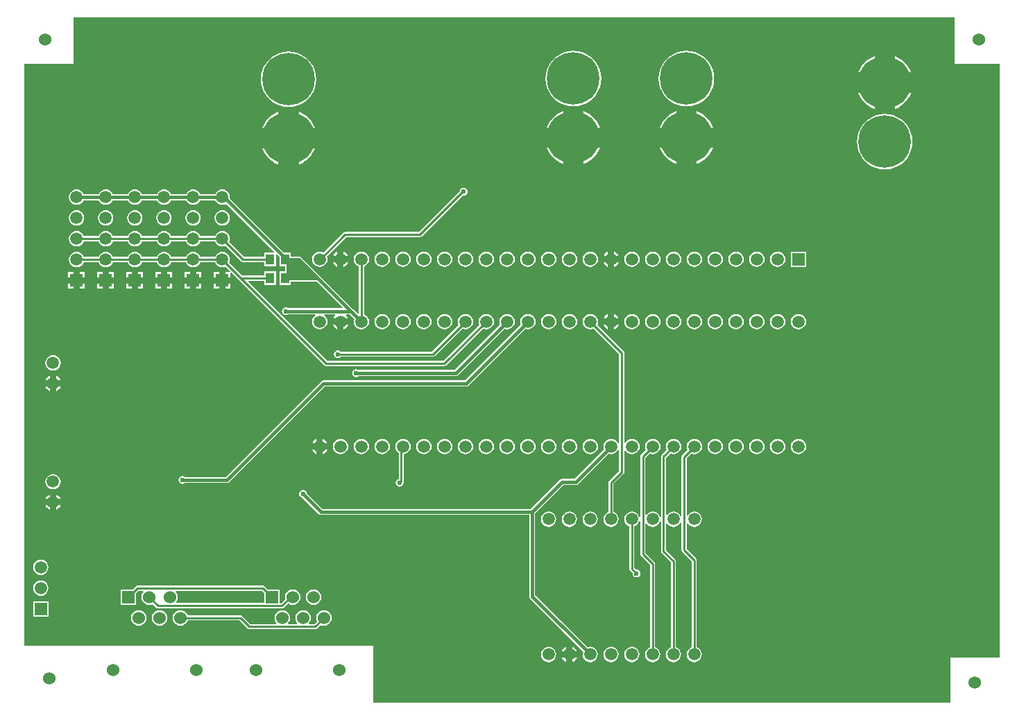
<source format=gbl>
G04*
G04 #@! TF.GenerationSoftware,Altium Limited,Altium Designer,20.0.12 (288)*
G04*
G04 Layer_Physical_Order=2*
G04 Layer_Color=16711680*
%FSLAX25Y25*%
%MOIN*%
G70*
G01*
G75*
%ADD10C,0.01000*%
%ADD20R,0.04134X0.05118*%
%ADD47C,0.01500*%
%ADD50C,0.05906*%
%ADD51R,0.05906X0.05906*%
%ADD52R,0.05906X0.05906*%
%ADD53C,0.25197*%
%ADD54C,0.06000*%
%ADD55R,0.06000X0.06000*%
%ADD56C,0.02362*%
G36*
X450787Y311024D02*
X472441Y311024D01*
X472441Y25591D01*
X448819D01*
Y3937D01*
X171653D01*
Y31496D01*
X3937D01*
Y311024D01*
X27559D01*
X27559Y333465D01*
X450787Y333465D01*
X450787Y311024D01*
D02*
G37*
%LPC*%
G36*
X422244Y314649D02*
Y306890D01*
X430003D01*
X429477Y308161D01*
X428358Y309986D01*
X426968Y311614D01*
X425341Y313004D01*
X423516Y314122D01*
X422244Y314649D01*
D02*
G37*
G36*
X412402Y314649D02*
X411130Y314122D01*
X409305Y313004D01*
X407678Y311614D01*
X406287Y309986D01*
X405169Y308161D01*
X404642Y306890D01*
X412402D01*
Y314649D01*
D02*
G37*
G36*
X322047Y317277D02*
X319960Y317112D01*
X317925Y316624D01*
X315991Y315823D01*
X314207Y314729D01*
X312615Y313369D01*
X311255Y311778D01*
X310162Y309993D01*
X309361Y308059D01*
X308872Y306024D01*
X308708Y303937D01*
X308872Y301850D01*
X309361Y299815D01*
X310162Y297881D01*
X311255Y296096D01*
X312615Y294504D01*
X314207Y293145D01*
X315991Y292051D01*
X317925Y291250D01*
X319960Y290762D01*
X322047Y290598D01*
X324134Y290762D01*
X326169Y291250D01*
X328103Y292051D01*
X329888Y293145D01*
X331480Y294504D01*
X332839Y296096D01*
X333933Y297881D01*
X334734Y299815D01*
X335223Y301850D01*
X335387Y303937D01*
X335223Y306024D01*
X334734Y308059D01*
X333933Y309993D01*
X332839Y311778D01*
X331480Y313369D01*
X329888Y314729D01*
X328103Y315823D01*
X326169Y316624D01*
X324134Y317112D01*
X322047Y317277D01*
D02*
G37*
G36*
X267717D02*
X265630Y317112D01*
X263594Y316624D01*
X261661Y315823D01*
X259876Y314729D01*
X258284Y313369D01*
X256925Y311778D01*
X255831Y309993D01*
X255030Y308059D01*
X254541Y306024D01*
X254377Y303937D01*
X254541Y301850D01*
X255030Y299815D01*
X255831Y297881D01*
X256925Y296096D01*
X258284Y294504D01*
X259876Y293145D01*
X261661Y292051D01*
X263594Y291250D01*
X265630Y290762D01*
X267717Y290598D01*
X269803Y290762D01*
X271839Y291250D01*
X273773Y292051D01*
X275557Y293145D01*
X277149Y294504D01*
X278508Y296096D01*
X279602Y297881D01*
X280403Y299815D01*
X280892Y301850D01*
X281056Y303937D01*
X280892Y306024D01*
X280403Y308059D01*
X279602Y309993D01*
X278508Y311778D01*
X277149Y313369D01*
X275557Y314729D01*
X273773Y315823D01*
X271839Y316624D01*
X269803Y317112D01*
X267717Y317277D01*
D02*
G37*
G36*
X130878Y316981D02*
X128791Y316817D01*
X126756Y316328D01*
X124822Y315527D01*
X123037Y314434D01*
X121446Y313074D01*
X120086Y311483D01*
X118992Y309698D01*
X118191Y307764D01*
X117703Y305729D01*
X117538Y303642D01*
X117703Y301555D01*
X118191Y299520D01*
X118992Y297586D01*
X120086Y295801D01*
X121446Y294209D01*
X123037Y292850D01*
X124822Y291756D01*
X126756Y290955D01*
X128791Y290466D01*
X130878Y290302D01*
X132965Y290466D01*
X135000Y290955D01*
X136934Y291756D01*
X138719Y292850D01*
X140310Y294209D01*
X141670Y295801D01*
X142764Y297586D01*
X143565Y299520D01*
X144053Y301555D01*
X144218Y303642D01*
X144053Y305729D01*
X143565Y307764D01*
X142764Y309698D01*
X141670Y311483D01*
X140310Y313074D01*
X138719Y314434D01*
X136934Y315527D01*
X135000Y316328D01*
X132965Y316817D01*
X130878Y316981D01*
D02*
G37*
G36*
X430003Y297047D02*
X422244D01*
Y289288D01*
X423516Y289815D01*
X425341Y290933D01*
X426968Y292323D01*
X428358Y293951D01*
X429477Y295776D01*
X430003Y297047D01*
D02*
G37*
G36*
X412402D02*
X404642D01*
X405169Y295776D01*
X406287Y293951D01*
X407678Y292323D01*
X409305Y290933D01*
X411130Y289815D01*
X412402Y289288D01*
Y297047D01*
D02*
G37*
G36*
X326969Y288271D02*
Y280512D01*
X334728D01*
X334201Y281783D01*
X333083Y283608D01*
X331693Y285236D01*
X330065Y286626D01*
X328240Y287744D01*
X326969Y288271D01*
D02*
G37*
G36*
X317126D02*
X315855Y287744D01*
X314030Y286626D01*
X312402Y285236D01*
X311012Y283608D01*
X309893Y281783D01*
X309367Y280512D01*
X317126D01*
Y288271D01*
D02*
G37*
G36*
X272638D02*
Y280512D01*
X280397D01*
X279870Y281783D01*
X278752Y283608D01*
X277362Y285236D01*
X275734Y286626D01*
X273909Y287744D01*
X272638Y288271D01*
D02*
G37*
G36*
X262795D02*
X261524Y287744D01*
X259699Y286626D01*
X258071Y285236D01*
X256681Y283608D01*
X255563Y281783D01*
X255036Y280512D01*
X262795D01*
Y288271D01*
D02*
G37*
G36*
X135799Y287976D02*
Y280217D01*
X143558D01*
X143032Y281488D01*
X141913Y283313D01*
X140523Y284941D01*
X138896Y286331D01*
X137071Y287449D01*
X135799Y287976D01*
D02*
G37*
G36*
X125957D02*
X124685Y287449D01*
X122860Y286331D01*
X121233Y284941D01*
X119843Y283313D01*
X118724Y281488D01*
X118198Y280217D01*
X125957D01*
Y287976D01*
D02*
G37*
G36*
X334728Y270669D02*
X326969D01*
Y262910D01*
X328240Y263437D01*
X330065Y264555D01*
X331693Y265945D01*
X333083Y267573D01*
X334201Y269398D01*
X334728Y270669D01*
D02*
G37*
G36*
X317126D02*
X309367D01*
X309893Y269398D01*
X311012Y267573D01*
X312402Y265945D01*
X314030Y264555D01*
X315855Y263437D01*
X317126Y262910D01*
Y270669D01*
D02*
G37*
G36*
X280397D02*
X272638D01*
Y262910D01*
X273909Y263437D01*
X275734Y264555D01*
X277362Y265945D01*
X278752Y267573D01*
X279870Y269398D01*
X280397Y270669D01*
D02*
G37*
G36*
X262795D02*
X255036D01*
X255563Y269398D01*
X256681Y267573D01*
X258071Y265945D01*
X259699Y264555D01*
X261524Y263437D01*
X262795Y262910D01*
Y270669D01*
D02*
G37*
G36*
X143558Y270374D02*
X135799D01*
Y262615D01*
X137071Y263141D01*
X138896Y264260D01*
X140523Y265650D01*
X141913Y267278D01*
X143032Y269103D01*
X143558Y270374D01*
D02*
G37*
G36*
X125957D02*
X118198D01*
X118724Y269103D01*
X119843Y267278D01*
X121233Y265650D01*
X122860Y264260D01*
X124685Y263141D01*
X125957Y262615D01*
Y270374D01*
D02*
G37*
G36*
X417323Y286962D02*
X415236Y286797D01*
X413201Y286309D01*
X411267Y285508D01*
X409482Y284414D01*
X407890Y283054D01*
X406531Y281463D01*
X405437Y279678D01*
X404636Y277744D01*
X404147Y275709D01*
X403983Y273622D01*
X404147Y271535D01*
X404636Y269500D01*
X405437Y267566D01*
X406531Y265781D01*
X407890Y264190D01*
X409482Y262830D01*
X411267Y261736D01*
X413201Y260935D01*
X415236Y260447D01*
X417323Y260282D01*
X419410Y260447D01*
X421445Y260935D01*
X423379Y261736D01*
X425164Y262830D01*
X426755Y264190D01*
X428115Y265781D01*
X429208Y267566D01*
X430010Y269500D01*
X430498Y271535D01*
X430662Y273622D01*
X430498Y275709D01*
X430010Y277744D01*
X429208Y279678D01*
X428115Y281463D01*
X426755Y283054D01*
X425164Y284414D01*
X423379Y285508D01*
X421445Y286309D01*
X419410Y286797D01*
X417323Y286962D01*
D02*
G37*
G36*
X99000Y250684D02*
X98046Y250559D01*
X97158Y250191D01*
X96395Y249605D01*
X95809Y248842D01*
X95659Y248478D01*
X88341D01*
X88191Y248842D01*
X87605Y249605D01*
X86842Y250191D01*
X85954Y250559D01*
X85000Y250684D01*
X84046Y250559D01*
X83158Y250191D01*
X82395Y249605D01*
X81809Y248842D01*
X81659Y248478D01*
X74341D01*
X74191Y248842D01*
X73605Y249605D01*
X72842Y250191D01*
X71954Y250559D01*
X71000Y250684D01*
X70046Y250559D01*
X69158Y250191D01*
X68395Y249605D01*
X67809Y248842D01*
X67659Y248478D01*
X60341D01*
X60191Y248842D01*
X59605Y249605D01*
X58842Y250191D01*
X57954Y250559D01*
X57000Y250684D01*
X56046Y250559D01*
X55158Y250191D01*
X54395Y249605D01*
X53809Y248842D01*
X53659Y248478D01*
X46341D01*
X46191Y248842D01*
X45605Y249605D01*
X44842Y250191D01*
X43954Y250559D01*
X43000Y250684D01*
X42046Y250559D01*
X41158Y250191D01*
X40395Y249605D01*
X39809Y248842D01*
X39659Y248478D01*
X32341D01*
X32191Y248842D01*
X31605Y249605D01*
X30842Y250191D01*
X29954Y250559D01*
X29000Y250684D01*
X28046Y250559D01*
X27158Y250191D01*
X26395Y249605D01*
X25809Y248842D01*
X25441Y247954D01*
X25316Y247000D01*
X25441Y246046D01*
X25809Y245158D01*
X26395Y244395D01*
X27158Y243809D01*
X28046Y243441D01*
X29000Y243316D01*
X29954Y243441D01*
X30842Y243809D01*
X31605Y244395D01*
X32191Y245158D01*
X32341Y245522D01*
X39659D01*
X39809Y245158D01*
X40395Y244395D01*
X41158Y243809D01*
X42046Y243441D01*
X43000Y243316D01*
X43954Y243441D01*
X44842Y243809D01*
X45605Y244395D01*
X46191Y245158D01*
X46341Y245522D01*
X53659D01*
X53809Y245158D01*
X54395Y244395D01*
X55158Y243809D01*
X56046Y243441D01*
X57000Y243316D01*
X57954Y243441D01*
X58842Y243809D01*
X59605Y244395D01*
X60191Y245158D01*
X60341Y245522D01*
X67659D01*
X67809Y245158D01*
X68395Y244395D01*
X69158Y243809D01*
X70046Y243441D01*
X71000Y243316D01*
X71954Y243441D01*
X72842Y243809D01*
X73605Y244395D01*
X74191Y245158D01*
X74341Y245522D01*
X81659D01*
X81809Y245158D01*
X82395Y244395D01*
X83158Y243809D01*
X84046Y243441D01*
X85000Y243316D01*
X85954Y243441D01*
X86842Y243809D01*
X87605Y244395D01*
X88191Y245158D01*
X88341Y245522D01*
X95659D01*
X95809Y245158D01*
X96395Y244395D01*
X97158Y243809D01*
X98046Y243441D01*
X99000Y243316D01*
X99954Y243441D01*
X100842Y243809D01*
X100903Y243856D01*
X124039Y220721D01*
X123847Y220259D01*
X119233D01*
Y218224D01*
X109507D01*
X102303Y225428D01*
X102559Y226046D01*
X102684Y227000D01*
X102559Y227954D01*
X102191Y228842D01*
X101605Y229605D01*
X100842Y230191D01*
X99954Y230559D01*
X99000Y230684D01*
X98046Y230559D01*
X97158Y230191D01*
X96395Y229605D01*
X95809Y228842D01*
X95553Y228223D01*
X88447D01*
X88191Y228842D01*
X87605Y229605D01*
X86842Y230191D01*
X85954Y230559D01*
X85000Y230684D01*
X84046Y230559D01*
X83158Y230191D01*
X82395Y229605D01*
X81809Y228842D01*
X81553Y228223D01*
X74447D01*
X74191Y228842D01*
X73605Y229605D01*
X72842Y230191D01*
X71954Y230559D01*
X71000Y230684D01*
X70046Y230559D01*
X69158Y230191D01*
X68395Y229605D01*
X67809Y228842D01*
X67553Y228223D01*
X60447D01*
X60191Y228842D01*
X59605Y229605D01*
X58842Y230191D01*
X57954Y230559D01*
X57000Y230684D01*
X56046Y230559D01*
X55158Y230191D01*
X54395Y229605D01*
X53809Y228842D01*
X53553Y228223D01*
X46447D01*
X46191Y228842D01*
X45605Y229605D01*
X44842Y230191D01*
X43954Y230559D01*
X43000Y230684D01*
X42046Y230559D01*
X41158Y230191D01*
X40395Y229605D01*
X39809Y228842D01*
X39553Y228223D01*
X32447D01*
X32191Y228842D01*
X31605Y229605D01*
X30842Y230191D01*
X29954Y230559D01*
X29000Y230684D01*
X28046Y230559D01*
X27158Y230191D01*
X26395Y229605D01*
X25809Y228842D01*
X25441Y227954D01*
X25316Y227000D01*
X25441Y226046D01*
X25809Y225158D01*
X26395Y224395D01*
X27158Y223809D01*
X28046Y223441D01*
X29000Y223316D01*
X29954Y223441D01*
X30842Y223809D01*
X31605Y224395D01*
X32191Y225158D01*
X32447Y225777D01*
X39553D01*
X39809Y225158D01*
X40395Y224395D01*
X41158Y223809D01*
X42046Y223441D01*
X43000Y223316D01*
X43954Y223441D01*
X44842Y223809D01*
X45605Y224395D01*
X46191Y225158D01*
X46447Y225777D01*
X53553D01*
X53809Y225158D01*
X54395Y224395D01*
X55158Y223809D01*
X56046Y223441D01*
X57000Y223316D01*
X57954Y223441D01*
X58842Y223809D01*
X59605Y224395D01*
X60191Y225158D01*
X60447Y225777D01*
X67553D01*
X67809Y225158D01*
X68395Y224395D01*
X69158Y223809D01*
X70046Y223441D01*
X71000Y223316D01*
X71954Y223441D01*
X72842Y223809D01*
X73605Y224395D01*
X74191Y225158D01*
X74447Y225777D01*
X81553D01*
X81809Y225158D01*
X82395Y224395D01*
X83158Y223809D01*
X84046Y223441D01*
X85000Y223316D01*
X85954Y223441D01*
X86842Y223809D01*
X87605Y224395D01*
X88191Y225158D01*
X88447Y225777D01*
X95553D01*
X95809Y225158D01*
X96395Y224395D01*
X97158Y223809D01*
X98046Y223441D01*
X99000Y223316D01*
X99954Y223441D01*
X100572Y223697D01*
X108135Y216135D01*
X108532Y215870D01*
X109000Y215776D01*
X119233D01*
Y213741D01*
X124767D01*
Y219339D01*
X125229Y219531D01*
X126516Y218243D01*
Y213741D01*
X129137D01*
X129137Y211259D01*
X126516D01*
Y204741D01*
X132050D01*
Y206522D01*
X144388D01*
X156834Y194075D01*
X156642Y193613D01*
X130687D01*
X130262Y193898D01*
X129528Y194044D01*
X128794Y193898D01*
X128171Y193482D01*
X127756Y192860D01*
X127610Y192126D01*
X127756Y191392D01*
X128171Y190770D01*
X128794Y190354D01*
X129528Y190208D01*
X130262Y190354D01*
X130714Y190657D01*
X143617D01*
X143787Y190157D01*
X143253Y189747D01*
X142668Y188984D01*
X142299Y188095D01*
X142174Y187142D01*
X142299Y186188D01*
X142668Y185300D01*
X143253Y184537D01*
X144016Y183951D01*
X144905Y183583D01*
X145858Y183458D01*
X146812Y183583D01*
X147700Y183951D01*
X148463Y184537D01*
X149049Y185300D01*
X149417Y186188D01*
X149542Y187142D01*
X149417Y188095D01*
X149049Y188984D01*
X148463Y189747D01*
X147930Y190157D01*
X148099Y190657D01*
X153124D01*
X153294Y190157D01*
X153039Y189961D01*
X152406Y189135D01*
X152201Y188642D01*
X155858D01*
Y187142D01*
D01*
Y188642D01*
X159515D01*
X159311Y189135D01*
X158677Y189961D01*
X158422Y190157D01*
X158592Y190657D01*
X160253D01*
X162450Y188459D01*
X162300Y188095D01*
X162174Y187142D01*
X162300Y186188D01*
X162668Y185300D01*
X163253Y184537D01*
X164016Y183951D01*
X164905Y183583D01*
X165858Y183458D01*
X166812Y183583D01*
X167700Y183951D01*
X168463Y184537D01*
X169049Y185300D01*
X169417Y186188D01*
X169543Y187142D01*
X169417Y188095D01*
X169049Y188984D01*
X168463Y189747D01*
X167700Y190332D01*
X167082Y190589D01*
Y213695D01*
X167700Y213951D01*
X168463Y214537D01*
X169049Y215300D01*
X169417Y216188D01*
X169543Y217142D01*
X169417Y218095D01*
X169049Y218984D01*
X168463Y219747D01*
X167700Y220332D01*
X166812Y220701D01*
X165858Y220826D01*
X164905Y220701D01*
X164016Y220332D01*
X163253Y219747D01*
X162668Y218984D01*
X162300Y218095D01*
X162174Y217142D01*
X162300Y216188D01*
X162668Y215300D01*
X163253Y214537D01*
X164016Y213951D01*
X164635Y213695D01*
Y191163D01*
X164135Y190956D01*
X161910Y193180D01*
X146045Y209045D01*
X146045Y209045D01*
X137045Y218045D01*
X136566Y218366D01*
X136000Y218478D01*
X132050D01*
Y220259D01*
X128682D01*
X102598Y246343D01*
X102684Y247000D01*
X102559Y247954D01*
X102191Y248842D01*
X101605Y249605D01*
X100842Y250191D01*
X99954Y250559D01*
X99000Y250684D01*
D02*
G37*
G36*
X214961Y251524D02*
X214227Y251378D01*
X213604Y250962D01*
X213189Y250340D01*
X213084Y249814D01*
X193493Y230223D01*
X158000D01*
X157532Y230130D01*
X157135Y229865D01*
X147631Y220361D01*
X146812Y220701D01*
X145858Y220826D01*
X144905Y220701D01*
X144016Y220332D01*
X143253Y219747D01*
X142668Y218984D01*
X142299Y218095D01*
X142174Y217142D01*
X142299Y216188D01*
X142668Y215300D01*
X143253Y214537D01*
X144016Y213951D01*
X144905Y213583D01*
X145858Y213457D01*
X146812Y213583D01*
X147700Y213951D01*
X148463Y214537D01*
X149049Y215300D01*
X149417Y216188D01*
X149542Y217142D01*
X149417Y218095D01*
X149244Y218513D01*
X158507Y227777D01*
X194000D01*
X194468Y227870D01*
X194865Y228135D01*
X214509Y247778D01*
X214961Y247688D01*
X215695Y247834D01*
X216317Y248250D01*
X216733Y248872D01*
X216879Y249606D01*
X216733Y250340D01*
X216317Y250962D01*
X215695Y251378D01*
X214961Y251524D01*
D02*
G37*
G36*
X99000Y240684D02*
X98046Y240559D01*
X97158Y240191D01*
X96395Y239605D01*
X95809Y238842D01*
X95441Y237954D01*
X95316Y237000D01*
X95441Y236046D01*
X95809Y235158D01*
X96395Y234395D01*
X97158Y233809D01*
X98046Y233441D01*
X99000Y233316D01*
X99954Y233441D01*
X100842Y233809D01*
X101605Y234395D01*
X102191Y235158D01*
X102559Y236046D01*
X102684Y237000D01*
X102559Y237954D01*
X102191Y238842D01*
X101605Y239605D01*
X100842Y240191D01*
X99954Y240559D01*
X99000Y240684D01*
D02*
G37*
G36*
X85000D02*
X84046Y240559D01*
X83158Y240191D01*
X82395Y239605D01*
X81809Y238842D01*
X81441Y237954D01*
X81316Y237000D01*
X81441Y236046D01*
X81809Y235158D01*
X82395Y234395D01*
X83158Y233809D01*
X84046Y233441D01*
X85000Y233316D01*
X85954Y233441D01*
X86842Y233809D01*
X87605Y234395D01*
X88191Y235158D01*
X88559Y236046D01*
X88684Y237000D01*
X88559Y237954D01*
X88191Y238842D01*
X87605Y239605D01*
X86842Y240191D01*
X85954Y240559D01*
X85000Y240684D01*
D02*
G37*
G36*
X71000D02*
X70046Y240559D01*
X69158Y240191D01*
X68395Y239605D01*
X67809Y238842D01*
X67441Y237954D01*
X67316Y237000D01*
X67441Y236046D01*
X67809Y235158D01*
X68395Y234395D01*
X69158Y233809D01*
X70046Y233441D01*
X71000Y233316D01*
X71954Y233441D01*
X72842Y233809D01*
X73605Y234395D01*
X74191Y235158D01*
X74559Y236046D01*
X74684Y237000D01*
X74559Y237954D01*
X74191Y238842D01*
X73605Y239605D01*
X72842Y240191D01*
X71954Y240559D01*
X71000Y240684D01*
D02*
G37*
G36*
X57000D02*
X56046Y240559D01*
X55158Y240191D01*
X54395Y239605D01*
X53809Y238842D01*
X53441Y237954D01*
X53316Y237000D01*
X53441Y236046D01*
X53809Y235158D01*
X54395Y234395D01*
X55158Y233809D01*
X56046Y233441D01*
X57000Y233316D01*
X57954Y233441D01*
X58842Y233809D01*
X59605Y234395D01*
X60191Y235158D01*
X60559Y236046D01*
X60684Y237000D01*
X60559Y237954D01*
X60191Y238842D01*
X59605Y239605D01*
X58842Y240191D01*
X57954Y240559D01*
X57000Y240684D01*
D02*
G37*
G36*
X43000D02*
X42046Y240559D01*
X41158Y240191D01*
X40395Y239605D01*
X39809Y238842D01*
X39441Y237954D01*
X39316Y237000D01*
X39441Y236046D01*
X39809Y235158D01*
X40395Y234395D01*
X41158Y233809D01*
X42046Y233441D01*
X43000Y233316D01*
X43954Y233441D01*
X44842Y233809D01*
X45605Y234395D01*
X46191Y235158D01*
X46559Y236046D01*
X46684Y237000D01*
X46559Y237954D01*
X46191Y238842D01*
X45605Y239605D01*
X44842Y240191D01*
X43954Y240559D01*
X43000Y240684D01*
D02*
G37*
G36*
X29000D02*
X28046Y240559D01*
X27158Y240191D01*
X26395Y239605D01*
X25809Y238842D01*
X25441Y237954D01*
X25316Y237000D01*
X25441Y236046D01*
X25809Y235158D01*
X26395Y234395D01*
X27158Y233809D01*
X28046Y233441D01*
X29000Y233316D01*
X29954Y233441D01*
X30842Y233809D01*
X31605Y234395D01*
X32191Y235158D01*
X32559Y236046D01*
X32684Y237000D01*
X32559Y237954D01*
X32191Y238842D01*
X31605Y239605D01*
X30842Y240191D01*
X29954Y240559D01*
X29000Y240684D01*
D02*
G37*
G36*
X287358Y220799D02*
Y218642D01*
X289515D01*
X289311Y219135D01*
X288677Y219961D01*
X287852Y220595D01*
X287358Y220799D01*
D02*
G37*
G36*
X284358D02*
X283865Y220595D01*
X283039Y219961D01*
X282405Y219135D01*
X282201Y218642D01*
X284358D01*
Y220799D01*
D02*
G37*
G36*
X157358D02*
Y218642D01*
X159515D01*
X159311Y219135D01*
X158677Y219961D01*
X157852Y220595D01*
X157358Y220799D01*
D02*
G37*
G36*
X154358D02*
X153865Y220595D01*
X153039Y219961D01*
X152406Y219135D01*
X152201Y218642D01*
X154358D01*
Y220799D01*
D02*
G37*
G36*
X99000Y220684D02*
X98046Y220559D01*
X97158Y220191D01*
X96395Y219605D01*
X95809Y218842D01*
X95553Y218224D01*
X88447D01*
X88191Y218842D01*
X87605Y219605D01*
X86842Y220191D01*
X85954Y220559D01*
X85000Y220684D01*
X84046Y220559D01*
X83158Y220191D01*
X82395Y219605D01*
X81809Y218842D01*
X81553Y218224D01*
X74447D01*
X74191Y218842D01*
X73605Y219605D01*
X72842Y220191D01*
X71954Y220559D01*
X71000Y220684D01*
X70046Y220559D01*
X69158Y220191D01*
X68395Y219605D01*
X67809Y218842D01*
X67553Y218224D01*
X60447D01*
X60191Y218842D01*
X59605Y219605D01*
X58842Y220191D01*
X57954Y220559D01*
X57000Y220684D01*
X56046Y220559D01*
X55158Y220191D01*
X54395Y219605D01*
X53809Y218842D01*
X53553Y218224D01*
X46447D01*
X46191Y218842D01*
X45605Y219605D01*
X44842Y220191D01*
X43954Y220559D01*
X43000Y220684D01*
X42046Y220559D01*
X41158Y220191D01*
X40395Y219605D01*
X39809Y218842D01*
X39553Y218224D01*
X32447D01*
X32191Y218842D01*
X31605Y219605D01*
X30842Y220191D01*
X29954Y220559D01*
X29000Y220684D01*
X28046Y220559D01*
X27158Y220191D01*
X26395Y219605D01*
X25809Y218842D01*
X25441Y217954D01*
X25316Y217000D01*
X25441Y216046D01*
X25809Y215158D01*
X26395Y214395D01*
X27158Y213809D01*
X28046Y213441D01*
X29000Y213316D01*
X29954Y213441D01*
X30842Y213809D01*
X31605Y214395D01*
X32191Y215158D01*
X32447Y215776D01*
X39553D01*
X39809Y215158D01*
X40395Y214395D01*
X41158Y213809D01*
X42046Y213441D01*
X43000Y213316D01*
X43954Y213441D01*
X44842Y213809D01*
X45605Y214395D01*
X46191Y215158D01*
X46447Y215776D01*
X53553D01*
X53809Y215158D01*
X54395Y214395D01*
X55158Y213809D01*
X56046Y213441D01*
X57000Y213316D01*
X57954Y213441D01*
X58842Y213809D01*
X59605Y214395D01*
X60191Y215158D01*
X60447Y215776D01*
X67553D01*
X67809Y215158D01*
X68395Y214395D01*
X69158Y213809D01*
X70046Y213441D01*
X71000Y213316D01*
X71954Y213441D01*
X72842Y213809D01*
X73605Y214395D01*
X74191Y215158D01*
X74447Y215776D01*
X81553D01*
X81809Y215158D01*
X82395Y214395D01*
X83158Y213809D01*
X84046Y213441D01*
X85000Y213316D01*
X85954Y213441D01*
X86842Y213809D01*
X87605Y214395D01*
X88191Y215158D01*
X88447Y215776D01*
X95553D01*
X95809Y215158D01*
X96395Y214395D01*
X97158Y213809D01*
X98046Y213441D01*
X99000Y213316D01*
X99954Y213441D01*
X100572Y213698D01*
X102817Y211453D01*
X102610Y210953D01*
X100500D01*
Y208500D01*
X102953D01*
Y210610D01*
X103453Y210817D01*
X107135Y207135D01*
X148135Y166135D01*
X148532Y165870D01*
X149000Y165777D01*
X205716D01*
X206185Y165870D01*
X206582Y166135D01*
X224286Y183839D01*
X224905Y183583D01*
X225858Y183458D01*
X226812Y183583D01*
X227700Y183951D01*
X228463Y184537D01*
X229049Y185300D01*
X229417Y186188D01*
X229542Y187142D01*
X229417Y188095D01*
X229049Y188984D01*
X228463Y189747D01*
X227700Y190332D01*
X226812Y190700D01*
X225858Y190826D01*
X224905Y190700D01*
X224016Y190332D01*
X223253Y189747D01*
X222668Y188984D01*
X222300Y188095D01*
X222174Y187142D01*
X222300Y186188D01*
X222556Y185570D01*
X205210Y168224D01*
X149507D01*
X111416Y206315D01*
X111607Y206776D01*
X119233D01*
Y204741D01*
X124767D01*
Y211259D01*
X119233D01*
Y209224D01*
X108507D01*
X102303Y215428D01*
X102559Y216046D01*
X102684Y217000D01*
X102559Y217954D01*
X102191Y218842D01*
X101605Y219605D01*
X100842Y220191D01*
X99954Y220559D01*
X99000Y220684D01*
D02*
G37*
G36*
X379511Y220795D02*
X372205D01*
Y213489D01*
X379511D01*
Y220795D01*
D02*
G37*
G36*
X289515Y215642D02*
X287358D01*
Y213485D01*
X287852Y213689D01*
X288677Y214323D01*
X289311Y215148D01*
X289515Y215642D01*
D02*
G37*
G36*
X284358D02*
X282201D01*
X282405Y215148D01*
X283039Y214323D01*
X283865Y213689D01*
X284358Y213485D01*
Y215642D01*
D02*
G37*
G36*
X159515D02*
X157358D01*
Y213485D01*
X157852Y213689D01*
X158677Y214323D01*
X159311Y215148D01*
X159515Y215642D01*
D02*
G37*
G36*
X154358D02*
X152201D01*
X152406Y215148D01*
X153039Y214323D01*
X153865Y213689D01*
X154358Y213485D01*
Y215642D01*
D02*
G37*
G36*
X365858Y220826D02*
X364905Y220701D01*
X364016Y220332D01*
X363253Y219747D01*
X362668Y218984D01*
X362299Y218095D01*
X362174Y217142D01*
X362299Y216188D01*
X362668Y215300D01*
X363253Y214537D01*
X364016Y213951D01*
X364905Y213583D01*
X365858Y213457D01*
X366812Y213583D01*
X367700Y213951D01*
X368463Y214537D01*
X369049Y215300D01*
X369417Y216188D01*
X369543Y217142D01*
X369417Y218095D01*
X369049Y218984D01*
X368463Y219747D01*
X367700Y220332D01*
X366812Y220701D01*
X365858Y220826D01*
D02*
G37*
G36*
X355858D02*
X354905Y220701D01*
X354016Y220332D01*
X353253Y219747D01*
X352668Y218984D01*
X352299Y218095D01*
X352174Y217142D01*
X352299Y216188D01*
X352668Y215300D01*
X353253Y214537D01*
X354016Y213951D01*
X354905Y213583D01*
X355858Y213457D01*
X356812Y213583D01*
X357700Y213951D01*
X358463Y214537D01*
X359049Y215300D01*
X359417Y216188D01*
X359542Y217142D01*
X359417Y218095D01*
X359049Y218984D01*
X358463Y219747D01*
X357700Y220332D01*
X356812Y220701D01*
X355858Y220826D01*
D02*
G37*
G36*
X345858D02*
X344905Y220701D01*
X344016Y220332D01*
X343253Y219747D01*
X342668Y218984D01*
X342300Y218095D01*
X342174Y217142D01*
X342300Y216188D01*
X342668Y215300D01*
X343253Y214537D01*
X344016Y213951D01*
X344905Y213583D01*
X345858Y213457D01*
X346812Y213583D01*
X347700Y213951D01*
X348463Y214537D01*
X349049Y215300D01*
X349417Y216188D01*
X349542Y217142D01*
X349417Y218095D01*
X349049Y218984D01*
X348463Y219747D01*
X347700Y220332D01*
X346812Y220701D01*
X345858Y220826D01*
D02*
G37*
G36*
X335858D02*
X334905Y220701D01*
X334016Y220332D01*
X333253Y219747D01*
X332668Y218984D01*
X332299Y218095D01*
X332174Y217142D01*
X332299Y216188D01*
X332668Y215300D01*
X333253Y214537D01*
X334016Y213951D01*
X334905Y213583D01*
X335858Y213457D01*
X336812Y213583D01*
X337700Y213951D01*
X338463Y214537D01*
X339049Y215300D01*
X339417Y216188D01*
X339543Y217142D01*
X339417Y218095D01*
X339049Y218984D01*
X338463Y219747D01*
X337700Y220332D01*
X336812Y220701D01*
X335858Y220826D01*
D02*
G37*
G36*
X325858D02*
X324905Y220701D01*
X324016Y220332D01*
X323253Y219747D01*
X322668Y218984D01*
X322300Y218095D01*
X322174Y217142D01*
X322300Y216188D01*
X322668Y215300D01*
X323253Y214537D01*
X324016Y213951D01*
X324905Y213583D01*
X325858Y213457D01*
X326812Y213583D01*
X327700Y213951D01*
X328463Y214537D01*
X329049Y215300D01*
X329417Y216188D01*
X329542Y217142D01*
X329417Y218095D01*
X329049Y218984D01*
X328463Y219747D01*
X327700Y220332D01*
X326812Y220701D01*
X325858Y220826D01*
D02*
G37*
G36*
X315858D02*
X314905Y220701D01*
X314016Y220332D01*
X313253Y219747D01*
X312668Y218984D01*
X312299Y218095D01*
X312174Y217142D01*
X312299Y216188D01*
X312668Y215300D01*
X313253Y214537D01*
X314016Y213951D01*
X314905Y213583D01*
X315858Y213457D01*
X316812Y213583D01*
X317700Y213951D01*
X318463Y214537D01*
X319049Y215300D01*
X319417Y216188D01*
X319543Y217142D01*
X319417Y218095D01*
X319049Y218984D01*
X318463Y219747D01*
X317700Y220332D01*
X316812Y220701D01*
X315858Y220826D01*
D02*
G37*
G36*
X305858D02*
X304905Y220701D01*
X304016Y220332D01*
X303253Y219747D01*
X302668Y218984D01*
X302299Y218095D01*
X302174Y217142D01*
X302299Y216188D01*
X302668Y215300D01*
X303253Y214537D01*
X304016Y213951D01*
X304905Y213583D01*
X305858Y213457D01*
X306812Y213583D01*
X307700Y213951D01*
X308463Y214537D01*
X309049Y215300D01*
X309417Y216188D01*
X309542Y217142D01*
X309417Y218095D01*
X309049Y218984D01*
X308463Y219747D01*
X307700Y220332D01*
X306812Y220701D01*
X305858Y220826D01*
D02*
G37*
G36*
X295858D02*
X294905Y220701D01*
X294016Y220332D01*
X293253Y219747D01*
X292668Y218984D01*
X292300Y218095D01*
X292174Y217142D01*
X292300Y216188D01*
X292668Y215300D01*
X293253Y214537D01*
X294016Y213951D01*
X294905Y213583D01*
X295858Y213457D01*
X296812Y213583D01*
X297700Y213951D01*
X298463Y214537D01*
X299049Y215300D01*
X299417Y216188D01*
X299542Y217142D01*
X299417Y218095D01*
X299049Y218984D01*
X298463Y219747D01*
X297700Y220332D01*
X296812Y220701D01*
X295858Y220826D01*
D02*
G37*
G36*
X275858D02*
X274905Y220701D01*
X274016Y220332D01*
X273253Y219747D01*
X272668Y218984D01*
X272300Y218095D01*
X272174Y217142D01*
X272300Y216188D01*
X272668Y215300D01*
X273253Y214537D01*
X274016Y213951D01*
X274905Y213583D01*
X275858Y213457D01*
X276812Y213583D01*
X277700Y213951D01*
X278463Y214537D01*
X279049Y215300D01*
X279417Y216188D01*
X279542Y217142D01*
X279417Y218095D01*
X279049Y218984D01*
X278463Y219747D01*
X277700Y220332D01*
X276812Y220701D01*
X275858Y220826D01*
D02*
G37*
G36*
X265858D02*
X264905Y220701D01*
X264016Y220332D01*
X263253Y219747D01*
X262668Y218984D01*
X262299Y218095D01*
X262174Y217142D01*
X262299Y216188D01*
X262668Y215300D01*
X263253Y214537D01*
X264016Y213951D01*
X264905Y213583D01*
X265858Y213457D01*
X266812Y213583D01*
X267700Y213951D01*
X268463Y214537D01*
X269049Y215300D01*
X269417Y216188D01*
X269543Y217142D01*
X269417Y218095D01*
X269049Y218984D01*
X268463Y219747D01*
X267700Y220332D01*
X266812Y220701D01*
X265858Y220826D01*
D02*
G37*
G36*
X255858D02*
X254905Y220701D01*
X254016Y220332D01*
X253253Y219747D01*
X252668Y218984D01*
X252299Y218095D01*
X252174Y217142D01*
X252299Y216188D01*
X252668Y215300D01*
X253253Y214537D01*
X254016Y213951D01*
X254905Y213583D01*
X255858Y213457D01*
X256812Y213583D01*
X257700Y213951D01*
X258463Y214537D01*
X259049Y215300D01*
X259417Y216188D01*
X259542Y217142D01*
X259417Y218095D01*
X259049Y218984D01*
X258463Y219747D01*
X257700Y220332D01*
X256812Y220701D01*
X255858Y220826D01*
D02*
G37*
G36*
X245858D02*
X244905Y220701D01*
X244016Y220332D01*
X243253Y219747D01*
X242668Y218984D01*
X242300Y218095D01*
X242174Y217142D01*
X242300Y216188D01*
X242668Y215300D01*
X243253Y214537D01*
X244016Y213951D01*
X244905Y213583D01*
X245858Y213457D01*
X246812Y213583D01*
X247700Y213951D01*
X248463Y214537D01*
X249049Y215300D01*
X249417Y216188D01*
X249542Y217142D01*
X249417Y218095D01*
X249049Y218984D01*
X248463Y219747D01*
X247700Y220332D01*
X246812Y220701D01*
X245858Y220826D01*
D02*
G37*
G36*
X235858D02*
X234905Y220701D01*
X234016Y220332D01*
X233253Y219747D01*
X232668Y218984D01*
X232299Y218095D01*
X232174Y217142D01*
X232299Y216188D01*
X232668Y215300D01*
X233253Y214537D01*
X234016Y213951D01*
X234905Y213583D01*
X235858Y213457D01*
X236812Y213583D01*
X237700Y213951D01*
X238463Y214537D01*
X239049Y215300D01*
X239417Y216188D01*
X239543Y217142D01*
X239417Y218095D01*
X239049Y218984D01*
X238463Y219747D01*
X237700Y220332D01*
X236812Y220701D01*
X235858Y220826D01*
D02*
G37*
G36*
X225858D02*
X224905Y220701D01*
X224016Y220332D01*
X223253Y219747D01*
X222668Y218984D01*
X222300Y218095D01*
X222174Y217142D01*
X222300Y216188D01*
X222668Y215300D01*
X223253Y214537D01*
X224016Y213951D01*
X224905Y213583D01*
X225858Y213457D01*
X226812Y213583D01*
X227700Y213951D01*
X228463Y214537D01*
X229049Y215300D01*
X229417Y216188D01*
X229542Y217142D01*
X229417Y218095D01*
X229049Y218984D01*
X228463Y219747D01*
X227700Y220332D01*
X226812Y220701D01*
X225858Y220826D01*
D02*
G37*
G36*
X215858D02*
X214905Y220701D01*
X214016Y220332D01*
X213253Y219747D01*
X212668Y218984D01*
X212299Y218095D01*
X212174Y217142D01*
X212299Y216188D01*
X212668Y215300D01*
X213253Y214537D01*
X214016Y213951D01*
X214905Y213583D01*
X215858Y213457D01*
X216812Y213583D01*
X217700Y213951D01*
X218463Y214537D01*
X219049Y215300D01*
X219417Y216188D01*
X219543Y217142D01*
X219417Y218095D01*
X219049Y218984D01*
X218463Y219747D01*
X217700Y220332D01*
X216812Y220701D01*
X215858Y220826D01*
D02*
G37*
G36*
X205858D02*
X204905Y220701D01*
X204016Y220332D01*
X203253Y219747D01*
X202668Y218984D01*
X202299Y218095D01*
X202174Y217142D01*
X202299Y216188D01*
X202668Y215300D01*
X203253Y214537D01*
X204016Y213951D01*
X204905Y213583D01*
X205858Y213457D01*
X206812Y213583D01*
X207700Y213951D01*
X208463Y214537D01*
X209049Y215300D01*
X209417Y216188D01*
X209542Y217142D01*
X209417Y218095D01*
X209049Y218984D01*
X208463Y219747D01*
X207700Y220332D01*
X206812Y220701D01*
X205858Y220826D01*
D02*
G37*
G36*
X195858D02*
X194905Y220701D01*
X194016Y220332D01*
X193253Y219747D01*
X192668Y218984D01*
X192299Y218095D01*
X192174Y217142D01*
X192299Y216188D01*
X192668Y215300D01*
X193253Y214537D01*
X194016Y213951D01*
X194905Y213583D01*
X195858Y213457D01*
X196812Y213583D01*
X197700Y213951D01*
X198463Y214537D01*
X199049Y215300D01*
X199417Y216188D01*
X199542Y217142D01*
X199417Y218095D01*
X199049Y218984D01*
X198463Y219747D01*
X197700Y220332D01*
X196812Y220701D01*
X195858Y220826D01*
D02*
G37*
G36*
X185858D02*
X184905Y220701D01*
X184016Y220332D01*
X183253Y219747D01*
X182668Y218984D01*
X182299Y218095D01*
X182174Y217142D01*
X182299Y216188D01*
X182668Y215300D01*
X183253Y214537D01*
X184016Y213951D01*
X184905Y213583D01*
X185858Y213457D01*
X186812Y213583D01*
X187700Y213951D01*
X188463Y214537D01*
X189049Y215300D01*
X189417Y216188D01*
X189542Y217142D01*
X189417Y218095D01*
X189049Y218984D01*
X188463Y219747D01*
X187700Y220332D01*
X186812Y220701D01*
X185858Y220826D01*
D02*
G37*
G36*
X175858D02*
X174905Y220701D01*
X174016Y220332D01*
X173253Y219747D01*
X172668Y218984D01*
X172300Y218095D01*
X172174Y217142D01*
X172300Y216188D01*
X172668Y215300D01*
X173253Y214537D01*
X174016Y213951D01*
X174905Y213583D01*
X175858Y213457D01*
X176812Y213583D01*
X177700Y213951D01*
X178463Y214537D01*
X179049Y215300D01*
X179417Y216188D01*
X179543Y217142D01*
X179417Y218095D01*
X179049Y218984D01*
X178463Y219747D01*
X177700Y220332D01*
X176812Y220701D01*
X175858Y220826D01*
D02*
G37*
G36*
X88953Y210953D02*
X86500D01*
Y208500D01*
X88953D01*
Y210953D01*
D02*
G37*
G36*
X74953D02*
X72500D01*
Y208500D01*
X74953D01*
Y210953D01*
D02*
G37*
G36*
X60953D02*
X58500D01*
Y208500D01*
X60953D01*
Y210953D01*
D02*
G37*
G36*
X46953D02*
X44500D01*
Y208500D01*
X46953D01*
Y210953D01*
D02*
G37*
G36*
X32953D02*
X30500D01*
Y208500D01*
X32953D01*
Y210953D01*
D02*
G37*
G36*
X97500D02*
X95047D01*
Y208500D01*
X97500D01*
Y210953D01*
D02*
G37*
G36*
X83500D02*
X81047D01*
Y208500D01*
X83500D01*
Y210953D01*
D02*
G37*
G36*
X69500D02*
X67047D01*
Y208500D01*
X69500D01*
Y210953D01*
D02*
G37*
G36*
X55500D02*
X53047D01*
Y208500D01*
X55500D01*
Y210953D01*
D02*
G37*
G36*
X41500D02*
X39047D01*
Y208500D01*
X41500D01*
Y210953D01*
D02*
G37*
G36*
X27500D02*
X25047D01*
Y208500D01*
X27500D01*
Y210953D01*
D02*
G37*
G36*
X102953Y205500D02*
X100500D01*
Y203047D01*
X102953D01*
Y205500D01*
D02*
G37*
G36*
X97500D02*
X95047D01*
Y203047D01*
X97500D01*
Y205500D01*
D02*
G37*
G36*
X88953D02*
X86500D01*
Y203047D01*
X88953D01*
Y205500D01*
D02*
G37*
G36*
X83500D02*
X81047D01*
Y203047D01*
X83500D01*
Y205500D01*
D02*
G37*
G36*
X74953D02*
X72500D01*
Y203047D01*
X74953D01*
Y205500D01*
D02*
G37*
G36*
X69500D02*
X67047D01*
Y203047D01*
X69500D01*
Y205500D01*
D02*
G37*
G36*
X60953D02*
X58500D01*
Y203047D01*
X60953D01*
Y205500D01*
D02*
G37*
G36*
X55500D02*
X53047D01*
Y203047D01*
X55500D01*
Y205500D01*
D02*
G37*
G36*
X46953D02*
X44500D01*
Y203047D01*
X46953D01*
Y205500D01*
D02*
G37*
G36*
X41500D02*
X39047D01*
Y203047D01*
X41500D01*
Y205500D01*
D02*
G37*
G36*
X32953D02*
X30500D01*
Y203047D01*
X32953D01*
Y205500D01*
D02*
G37*
G36*
X27500D02*
X25047D01*
Y203047D01*
X27500D01*
Y205500D01*
D02*
G37*
G36*
X287358Y190799D02*
Y188642D01*
X289515D01*
X289311Y189135D01*
X288677Y189961D01*
X287852Y190594D01*
X287358Y190799D01*
D02*
G37*
G36*
X284358D02*
X283865Y190594D01*
X283039Y189961D01*
X282405Y189135D01*
X282201Y188642D01*
X284358D01*
Y190799D01*
D02*
G37*
G36*
X289515Y185642D02*
X287358D01*
Y183485D01*
X287852Y183689D01*
X288677Y184323D01*
X289311Y185148D01*
X289515Y185642D01*
D02*
G37*
G36*
X159515D02*
X157358D01*
Y183485D01*
X157852Y183689D01*
X158677Y184323D01*
X159311Y185148D01*
X159515Y185642D01*
D02*
G37*
G36*
X154358D02*
X152201D01*
X152406Y185148D01*
X153039Y184323D01*
X153865Y183689D01*
X154358Y183485D01*
Y185642D01*
D02*
G37*
G36*
X284358D02*
X282201D01*
X282405Y185148D01*
X283039Y184323D01*
X283865Y183689D01*
X284358Y183485D01*
Y185642D01*
D02*
G37*
G36*
X375858Y190826D02*
X374905Y190700D01*
X374016Y190332D01*
X373253Y189747D01*
X372668Y188984D01*
X372300Y188095D01*
X372174Y187142D01*
X372300Y186188D01*
X372668Y185300D01*
X373253Y184537D01*
X374016Y183951D01*
X374905Y183583D01*
X375858Y183458D01*
X376812Y183583D01*
X377700Y183951D01*
X378463Y184537D01*
X379049Y185300D01*
X379417Y186188D01*
X379542Y187142D01*
X379417Y188095D01*
X379049Y188984D01*
X378463Y189747D01*
X377700Y190332D01*
X376812Y190700D01*
X375858Y190826D01*
D02*
G37*
G36*
X365858D02*
X364905Y190700D01*
X364016Y190332D01*
X363253Y189747D01*
X362668Y188984D01*
X362299Y188095D01*
X362174Y187142D01*
X362299Y186188D01*
X362668Y185300D01*
X363253Y184537D01*
X364016Y183951D01*
X364905Y183583D01*
X365858Y183458D01*
X366812Y183583D01*
X367700Y183951D01*
X368463Y184537D01*
X369049Y185300D01*
X369417Y186188D01*
X369543Y187142D01*
X369417Y188095D01*
X369049Y188984D01*
X368463Y189747D01*
X367700Y190332D01*
X366812Y190700D01*
X365858Y190826D01*
D02*
G37*
G36*
X355858D02*
X354905Y190700D01*
X354016Y190332D01*
X353253Y189747D01*
X352668Y188984D01*
X352299Y188095D01*
X352174Y187142D01*
X352299Y186188D01*
X352668Y185300D01*
X353253Y184537D01*
X354016Y183951D01*
X354905Y183583D01*
X355858Y183458D01*
X356812Y183583D01*
X357700Y183951D01*
X358463Y184537D01*
X359049Y185300D01*
X359417Y186188D01*
X359542Y187142D01*
X359417Y188095D01*
X359049Y188984D01*
X358463Y189747D01*
X357700Y190332D01*
X356812Y190700D01*
X355858Y190826D01*
D02*
G37*
G36*
X345858D02*
X344905Y190700D01*
X344016Y190332D01*
X343253Y189747D01*
X342668Y188984D01*
X342300Y188095D01*
X342174Y187142D01*
X342300Y186188D01*
X342668Y185300D01*
X343253Y184537D01*
X344016Y183951D01*
X344905Y183583D01*
X345858Y183458D01*
X346812Y183583D01*
X347700Y183951D01*
X348463Y184537D01*
X349049Y185300D01*
X349417Y186188D01*
X349542Y187142D01*
X349417Y188095D01*
X349049Y188984D01*
X348463Y189747D01*
X347700Y190332D01*
X346812Y190700D01*
X345858Y190826D01*
D02*
G37*
G36*
X335858D02*
X334905Y190700D01*
X334016Y190332D01*
X333253Y189747D01*
X332668Y188984D01*
X332299Y188095D01*
X332174Y187142D01*
X332299Y186188D01*
X332668Y185300D01*
X333253Y184537D01*
X334016Y183951D01*
X334905Y183583D01*
X335858Y183458D01*
X336812Y183583D01*
X337700Y183951D01*
X338463Y184537D01*
X339049Y185300D01*
X339417Y186188D01*
X339543Y187142D01*
X339417Y188095D01*
X339049Y188984D01*
X338463Y189747D01*
X337700Y190332D01*
X336812Y190700D01*
X335858Y190826D01*
D02*
G37*
G36*
X325858D02*
X324905Y190700D01*
X324016Y190332D01*
X323253Y189747D01*
X322668Y188984D01*
X322300Y188095D01*
X322174Y187142D01*
X322300Y186188D01*
X322668Y185300D01*
X323253Y184537D01*
X324016Y183951D01*
X324905Y183583D01*
X325858Y183458D01*
X326812Y183583D01*
X327700Y183951D01*
X328463Y184537D01*
X329049Y185300D01*
X329417Y186188D01*
X329542Y187142D01*
X329417Y188095D01*
X329049Y188984D01*
X328463Y189747D01*
X327700Y190332D01*
X326812Y190700D01*
X325858Y190826D01*
D02*
G37*
G36*
X315858D02*
X314905Y190700D01*
X314016Y190332D01*
X313253Y189747D01*
X312668Y188984D01*
X312299Y188095D01*
X312174Y187142D01*
X312299Y186188D01*
X312668Y185300D01*
X313253Y184537D01*
X314016Y183951D01*
X314905Y183583D01*
X315858Y183458D01*
X316812Y183583D01*
X317700Y183951D01*
X318463Y184537D01*
X319049Y185300D01*
X319417Y186188D01*
X319543Y187142D01*
X319417Y188095D01*
X319049Y188984D01*
X318463Y189747D01*
X317700Y190332D01*
X316812Y190700D01*
X315858Y190826D01*
D02*
G37*
G36*
X305858D02*
X304905Y190700D01*
X304016Y190332D01*
X303253Y189747D01*
X302668Y188984D01*
X302299Y188095D01*
X302174Y187142D01*
X302299Y186188D01*
X302668Y185300D01*
X303253Y184537D01*
X304016Y183951D01*
X304905Y183583D01*
X305858Y183458D01*
X306812Y183583D01*
X307700Y183951D01*
X308463Y184537D01*
X309049Y185300D01*
X309417Y186188D01*
X309542Y187142D01*
X309417Y188095D01*
X309049Y188984D01*
X308463Y189747D01*
X307700Y190332D01*
X306812Y190700D01*
X305858Y190826D01*
D02*
G37*
G36*
X295858D02*
X294905Y190700D01*
X294016Y190332D01*
X293253Y189747D01*
X292668Y188984D01*
X292300Y188095D01*
X292174Y187142D01*
X292300Y186188D01*
X292668Y185300D01*
X293253Y184537D01*
X294016Y183951D01*
X294905Y183583D01*
X295858Y183458D01*
X296812Y183583D01*
X297700Y183951D01*
X298463Y184537D01*
X299049Y185300D01*
X299417Y186188D01*
X299542Y187142D01*
X299417Y188095D01*
X299049Y188984D01*
X298463Y189747D01*
X297700Y190332D01*
X296812Y190700D01*
X295858Y190826D01*
D02*
G37*
G36*
X265858D02*
X264905Y190700D01*
X264016Y190332D01*
X263253Y189747D01*
X262668Y188984D01*
X262299Y188095D01*
X262174Y187142D01*
X262299Y186188D01*
X262668Y185300D01*
X263253Y184537D01*
X264016Y183951D01*
X264905Y183583D01*
X265858Y183458D01*
X266812Y183583D01*
X267700Y183951D01*
X268463Y184537D01*
X269049Y185300D01*
X269417Y186188D01*
X269543Y187142D01*
X269417Y188095D01*
X269049Y188984D01*
X268463Y189747D01*
X267700Y190332D01*
X266812Y190700D01*
X265858Y190826D01*
D02*
G37*
G36*
X255858D02*
X254905Y190700D01*
X254016Y190332D01*
X253253Y189747D01*
X252668Y188984D01*
X252299Y188095D01*
X252174Y187142D01*
X252299Y186188D01*
X252668Y185300D01*
X253253Y184537D01*
X254016Y183951D01*
X254905Y183583D01*
X255858Y183458D01*
X256812Y183583D01*
X257700Y183951D01*
X258463Y184537D01*
X259049Y185300D01*
X259417Y186188D01*
X259542Y187142D01*
X259417Y188095D01*
X259049Y188984D01*
X258463Y189747D01*
X257700Y190332D01*
X256812Y190700D01*
X255858Y190826D01*
D02*
G37*
G36*
X245858D02*
X244905Y190700D01*
X244016Y190332D01*
X243253Y189747D01*
X242668Y188984D01*
X242300Y188095D01*
X242174Y187142D01*
X242300Y186188D01*
X242450Y185825D01*
X215584Y158959D01*
X147638D01*
X147072Y158846D01*
X146592Y158526D01*
X100569Y112502D01*
X81095D01*
X80655Y112796D01*
X79921Y112942D01*
X79187Y112796D01*
X78565Y112380D01*
X78149Y111758D01*
X78003Y111024D01*
X78149Y110290D01*
X78565Y109667D01*
X79187Y109252D01*
X79921Y109106D01*
X80655Y109252D01*
X81095Y109545D01*
X101181D01*
X101747Y109658D01*
X102226Y109978D01*
X148250Y156002D01*
X216197D01*
X216763Y156114D01*
X217242Y156435D01*
X244541Y183734D01*
X244905Y183583D01*
X245858Y183458D01*
X246812Y183583D01*
X247700Y183951D01*
X248463Y184537D01*
X249049Y185300D01*
X249417Y186188D01*
X249542Y187142D01*
X249417Y188095D01*
X249049Y188984D01*
X248463Y189747D01*
X247700Y190332D01*
X246812Y190700D01*
X245858Y190826D01*
D02*
G37*
G36*
X235858D02*
X234905Y190700D01*
X234016Y190332D01*
X233253Y189747D01*
X232668Y188984D01*
X232299Y188095D01*
X232174Y187142D01*
X232299Y186188D01*
X232450Y185824D01*
X210506Y163880D01*
X164559D01*
X164120Y164173D01*
X163386Y164320D01*
X162652Y164173D01*
X162030Y163758D01*
X161614Y163136D01*
X161468Y162402D01*
X161614Y161668D01*
X162030Y161045D01*
X162652Y160630D01*
X163386Y160484D01*
X164120Y160630D01*
X164559Y160923D01*
X211118D01*
X211684Y161036D01*
X212163Y161356D01*
X234541Y183734D01*
X234905Y183583D01*
X235858Y183458D01*
X236812Y183583D01*
X237700Y183951D01*
X238463Y184537D01*
X239049Y185300D01*
X239417Y186188D01*
X239543Y187142D01*
X239417Y188095D01*
X239049Y188984D01*
X238463Y189747D01*
X237700Y190332D01*
X236812Y190700D01*
X235858Y190826D01*
D02*
G37*
G36*
X215858D02*
X214905Y190700D01*
X214016Y190332D01*
X213253Y189747D01*
X212668Y188984D01*
X212299Y188095D01*
X212174Y187142D01*
X212299Y186188D01*
X212556Y185570D01*
X199710Y172723D01*
X155945D01*
X155856Y172856D01*
X155234Y173272D01*
X154500Y173418D01*
X153766Y173272D01*
X153144Y172856D01*
X152728Y172234D01*
X152582Y171500D01*
X152728Y170766D01*
X153144Y170144D01*
X153766Y169728D01*
X154500Y169582D01*
X155234Y169728D01*
X155856Y170144D01*
X155945Y170276D01*
X200216D01*
X200685Y170370D01*
X201081Y170635D01*
X214286Y183839D01*
X214905Y183583D01*
X215858Y183458D01*
X216812Y183583D01*
X217700Y183951D01*
X218463Y184537D01*
X219049Y185300D01*
X219417Y186188D01*
X219543Y187142D01*
X219417Y188095D01*
X219049Y188984D01*
X218463Y189747D01*
X217700Y190332D01*
X216812Y190700D01*
X215858Y190826D01*
D02*
G37*
G36*
X205858D02*
X204905Y190700D01*
X204016Y190332D01*
X203253Y189747D01*
X202668Y188984D01*
X202299Y188095D01*
X202174Y187142D01*
X202299Y186188D01*
X202668Y185300D01*
X203253Y184537D01*
X204016Y183951D01*
X204905Y183583D01*
X205858Y183458D01*
X206812Y183583D01*
X207700Y183951D01*
X208463Y184537D01*
X209049Y185300D01*
X209417Y186188D01*
X209542Y187142D01*
X209417Y188095D01*
X209049Y188984D01*
X208463Y189747D01*
X207700Y190332D01*
X206812Y190700D01*
X205858Y190826D01*
D02*
G37*
G36*
X195858D02*
X194905Y190700D01*
X194016Y190332D01*
X193253Y189747D01*
X192668Y188984D01*
X192299Y188095D01*
X192174Y187142D01*
X192299Y186188D01*
X192668Y185300D01*
X193253Y184537D01*
X194016Y183951D01*
X194905Y183583D01*
X195858Y183458D01*
X196812Y183583D01*
X197700Y183951D01*
X198463Y184537D01*
X199049Y185300D01*
X199417Y186188D01*
X199542Y187142D01*
X199417Y188095D01*
X199049Y188984D01*
X198463Y189747D01*
X197700Y190332D01*
X196812Y190700D01*
X195858Y190826D01*
D02*
G37*
G36*
X185858D02*
X184905Y190700D01*
X184016Y190332D01*
X183253Y189747D01*
X182668Y188984D01*
X182299Y188095D01*
X182174Y187142D01*
X182299Y186188D01*
X182668Y185300D01*
X183253Y184537D01*
X184016Y183951D01*
X184905Y183583D01*
X185858Y183458D01*
X186812Y183583D01*
X187700Y183951D01*
X188463Y184537D01*
X189049Y185300D01*
X189417Y186188D01*
X189542Y187142D01*
X189417Y188095D01*
X189049Y188984D01*
X188463Y189747D01*
X187700Y190332D01*
X186812Y190700D01*
X185858Y190826D01*
D02*
G37*
G36*
X175858D02*
X174905Y190700D01*
X174016Y190332D01*
X173253Y189747D01*
X172668Y188984D01*
X172300Y188095D01*
X172174Y187142D01*
X172300Y186188D01*
X172668Y185300D01*
X173253Y184537D01*
X174016Y183951D01*
X174905Y183583D01*
X175858Y183458D01*
X176812Y183583D01*
X177700Y183951D01*
X178463Y184537D01*
X179049Y185300D01*
X179417Y186188D01*
X179543Y187142D01*
X179417Y188095D01*
X179049Y188984D01*
X178463Y189747D01*
X177700Y190332D01*
X176812Y190700D01*
X175858Y190826D01*
D02*
G37*
G36*
X17717Y171007D02*
X16763Y170882D01*
X15874Y170513D01*
X15111Y169928D01*
X14526Y169165D01*
X14158Y168276D01*
X14032Y167323D01*
X14158Y166369D01*
X14526Y165481D01*
X15111Y164718D01*
X15874Y164132D01*
X16763Y163764D01*
X17717Y163639D01*
X18670Y163764D01*
X19559Y164132D01*
X20322Y164718D01*
X20907Y165481D01*
X21275Y166369D01*
X21401Y167323D01*
X21275Y168276D01*
X20907Y169165D01*
X20322Y169928D01*
X19559Y170513D01*
X18670Y170882D01*
X17717Y171007D01*
D02*
G37*
G36*
X19217Y161137D02*
Y158980D01*
X21374D01*
X21169Y159474D01*
X20536Y160300D01*
X19710Y160933D01*
X19217Y161137D01*
D02*
G37*
G36*
X16217D02*
X15723Y160933D01*
X14897Y160300D01*
X14264Y159474D01*
X14059Y158980D01*
X16217D01*
Y161137D01*
D02*
G37*
G36*
X21374Y155980D02*
X19217D01*
Y153823D01*
X19710Y154028D01*
X20536Y154661D01*
X21169Y155487D01*
X21374Y155980D01*
D02*
G37*
G36*
X16217D02*
X14059D01*
X14264Y155487D01*
X14897Y154661D01*
X15723Y154028D01*
X16217Y153823D01*
Y155980D01*
D02*
G37*
G36*
X147358Y130799D02*
Y128642D01*
X149515D01*
X149311Y129135D01*
X148677Y129961D01*
X147852Y130595D01*
X147358Y130799D01*
D02*
G37*
G36*
X144358D02*
X143865Y130595D01*
X143039Y129961D01*
X142405Y129135D01*
X142201Y128642D01*
X144358D01*
Y130799D01*
D02*
G37*
G36*
X275858Y190826D02*
X274905Y190700D01*
X274016Y190332D01*
X273253Y189747D01*
X272668Y188984D01*
X272300Y188095D01*
X272174Y187142D01*
X272300Y186188D01*
X272668Y185300D01*
X273253Y184537D01*
X274016Y183951D01*
X274905Y183583D01*
X275858Y183458D01*
X276812Y183583D01*
X277431Y183839D01*
X289721Y171548D01*
Y128667D01*
X289221Y128568D01*
X289049Y128984D01*
X288463Y129747D01*
X287700Y130332D01*
X286812Y130701D01*
X285858Y130826D01*
X284905Y130701D01*
X284016Y130332D01*
X283253Y129747D01*
X282668Y128984D01*
X282299Y128095D01*
X282174Y127142D01*
X282299Y126188D01*
X282450Y125824D01*
X268266Y111641D01*
X262362D01*
X261796Y111528D01*
X261317Y111207D01*
X247288Y97178D01*
X147038D01*
X139670Y104546D01*
X139567Y105065D01*
X139152Y105687D01*
X138529Y106103D01*
X137795Y106249D01*
X137061Y106103D01*
X136439Y105687D01*
X136023Y105065D01*
X135877Y104331D01*
X136023Y103597D01*
X136439Y102974D01*
X137061Y102559D01*
X137580Y102456D01*
X145381Y94655D01*
X145860Y94334D01*
X146426Y94222D01*
X246422D01*
Y55100D01*
X246534Y54534D01*
X246855Y54055D01*
X272392Y28517D01*
X272241Y28154D01*
X272116Y27200D01*
X272241Y26246D01*
X272609Y25358D01*
X273195Y24595D01*
X273958Y24009D01*
X274846Y23641D01*
X275800Y23516D01*
X276754Y23641D01*
X277642Y24009D01*
X278405Y24595D01*
X278991Y25358D01*
X279359Y26246D01*
X279484Y27200D01*
X279359Y28154D01*
X278991Y29042D01*
X278405Y29805D01*
X277642Y30391D01*
X276754Y30759D01*
X275800Y30884D01*
X274846Y30759D01*
X274483Y30608D01*
X249378Y55712D01*
Y95088D01*
X262975Y108684D01*
X268879D01*
X269444Y108796D01*
X269924Y109117D01*
X284541Y123734D01*
X284905Y123583D01*
X285858Y123458D01*
X286812Y123583D01*
X287700Y123951D01*
X288463Y124537D01*
X289049Y125300D01*
X289221Y125716D01*
X289721Y125616D01*
Y115357D01*
X284935Y110571D01*
X284670Y110174D01*
X284577Y109705D01*
Y95647D01*
X283958Y95391D01*
X283195Y94805D01*
X282609Y94042D01*
X282241Y93154D01*
X282116Y92200D01*
X282241Y91246D01*
X282609Y90358D01*
X283195Y89595D01*
X283958Y89009D01*
X284846Y88641D01*
X285800Y88516D01*
X286754Y88641D01*
X287642Y89009D01*
X288405Y89595D01*
X288991Y90358D01*
X289359Y91246D01*
X289484Y92200D01*
X289359Y93154D01*
X288991Y94042D01*
X288405Y94805D01*
X287642Y95391D01*
X287023Y95647D01*
Y109199D01*
X291810Y113985D01*
X292075Y114382D01*
X292168Y114850D01*
Y125198D01*
X292668Y125300D01*
X293253Y124537D01*
X294016Y123951D01*
X294905Y123583D01*
X295858Y123458D01*
X296812Y123583D01*
X297700Y123951D01*
X298463Y124537D01*
X299049Y125300D01*
X299417Y126188D01*
X299542Y127142D01*
X299417Y128095D01*
X299049Y128984D01*
X298463Y129747D01*
X297700Y130332D01*
X296812Y130701D01*
X295858Y130826D01*
X294905Y130701D01*
X294016Y130332D01*
X293253Y129747D01*
X292668Y128984D01*
X292168Y129085D01*
Y172055D01*
X292075Y172523D01*
X291810Y172920D01*
X279161Y185570D01*
X279417Y186188D01*
X279542Y187142D01*
X279417Y188095D01*
X279049Y188984D01*
X278463Y189747D01*
X277700Y190332D01*
X276812Y190700D01*
X275858Y190826D01*
D02*
G37*
G36*
X149515Y125642D02*
X147358D01*
Y123485D01*
X147852Y123689D01*
X148677Y124323D01*
X149311Y125148D01*
X149515Y125642D01*
D02*
G37*
G36*
X144358D02*
X142201D01*
X142405Y125148D01*
X143039Y124323D01*
X143865Y123689D01*
X144358Y123485D01*
Y125642D01*
D02*
G37*
G36*
X375858Y130826D02*
X374905Y130701D01*
X374016Y130332D01*
X373253Y129747D01*
X372668Y128984D01*
X372300Y128095D01*
X372174Y127142D01*
X372300Y126188D01*
X372668Y125300D01*
X373253Y124537D01*
X374016Y123951D01*
X374905Y123583D01*
X375858Y123458D01*
X376812Y123583D01*
X377700Y123951D01*
X378463Y124537D01*
X379049Y125300D01*
X379417Y126188D01*
X379542Y127142D01*
X379417Y128095D01*
X379049Y128984D01*
X378463Y129747D01*
X377700Y130332D01*
X376812Y130701D01*
X375858Y130826D01*
D02*
G37*
G36*
X365858D02*
X364905Y130701D01*
X364016Y130332D01*
X363253Y129747D01*
X362668Y128984D01*
X362299Y128095D01*
X362174Y127142D01*
X362299Y126188D01*
X362668Y125300D01*
X363253Y124537D01*
X364016Y123951D01*
X364905Y123583D01*
X365858Y123458D01*
X366812Y123583D01*
X367700Y123951D01*
X368463Y124537D01*
X369049Y125300D01*
X369417Y126188D01*
X369543Y127142D01*
X369417Y128095D01*
X369049Y128984D01*
X368463Y129747D01*
X367700Y130332D01*
X366812Y130701D01*
X365858Y130826D01*
D02*
G37*
G36*
X355858D02*
X354905Y130701D01*
X354016Y130332D01*
X353253Y129747D01*
X352668Y128984D01*
X352299Y128095D01*
X352174Y127142D01*
X352299Y126188D01*
X352668Y125300D01*
X353253Y124537D01*
X354016Y123951D01*
X354905Y123583D01*
X355858Y123458D01*
X356812Y123583D01*
X357700Y123951D01*
X358463Y124537D01*
X359049Y125300D01*
X359417Y126188D01*
X359542Y127142D01*
X359417Y128095D01*
X359049Y128984D01*
X358463Y129747D01*
X357700Y130332D01*
X356812Y130701D01*
X355858Y130826D01*
D02*
G37*
G36*
X345858D02*
X344905Y130701D01*
X344016Y130332D01*
X343253Y129747D01*
X342668Y128984D01*
X342300Y128095D01*
X342174Y127142D01*
X342300Y126188D01*
X342668Y125300D01*
X343253Y124537D01*
X344016Y123951D01*
X344905Y123583D01*
X345858Y123458D01*
X346812Y123583D01*
X347700Y123951D01*
X348463Y124537D01*
X349049Y125300D01*
X349417Y126188D01*
X349542Y127142D01*
X349417Y128095D01*
X349049Y128984D01*
X348463Y129747D01*
X347700Y130332D01*
X346812Y130701D01*
X345858Y130826D01*
D02*
G37*
G36*
X335858D02*
X334905Y130701D01*
X334016Y130332D01*
X333253Y129747D01*
X332668Y128984D01*
X332299Y128095D01*
X332174Y127142D01*
X332299Y126188D01*
X332668Y125300D01*
X333253Y124537D01*
X334016Y123951D01*
X334905Y123583D01*
X335858Y123458D01*
X336812Y123583D01*
X337700Y123951D01*
X338463Y124537D01*
X339049Y125300D01*
X339417Y126188D01*
X339543Y127142D01*
X339417Y128095D01*
X339049Y128984D01*
X338463Y129747D01*
X337700Y130332D01*
X336812Y130701D01*
X335858Y130826D01*
D02*
G37*
G36*
X325858D02*
X324905Y130701D01*
X324016Y130332D01*
X323253Y129747D01*
X322668Y128984D01*
X322300Y128095D01*
X322174Y127142D01*
X322300Y126188D01*
X322556Y125569D01*
X320001Y123015D01*
X319736Y122618D01*
X319643Y122150D01*
Y93775D01*
X319143Y93675D01*
X318991Y94042D01*
X318405Y94805D01*
X317642Y95391D01*
X316754Y95759D01*
X315800Y95884D01*
X314846Y95759D01*
X313958Y95391D01*
X313195Y94805D01*
X312747Y94222D01*
X312247Y94392D01*
Y121800D01*
X314286Y123839D01*
X314905Y123583D01*
X315858Y123458D01*
X316812Y123583D01*
X317700Y123951D01*
X318463Y124537D01*
X319049Y125300D01*
X319417Y126188D01*
X319543Y127142D01*
X319417Y128095D01*
X319049Y128984D01*
X318463Y129747D01*
X317700Y130332D01*
X316812Y130701D01*
X315858Y130826D01*
X314905Y130701D01*
X314016Y130332D01*
X313253Y129747D01*
X312668Y128984D01*
X312299Y128095D01*
X312174Y127142D01*
X312299Y126188D01*
X312556Y125569D01*
X310158Y123172D01*
X309893Y122775D01*
X309800Y122307D01*
Y93395D01*
X309300Y93295D01*
X308991Y94042D01*
X308405Y94805D01*
X307642Y95391D01*
X306754Y95759D01*
X305800Y95884D01*
X304846Y95759D01*
X303958Y95391D01*
X303195Y94805D01*
X302780Y94265D01*
X302280Y94435D01*
Y121833D01*
X304286Y123839D01*
X304905Y123583D01*
X305858Y123458D01*
X306812Y123583D01*
X307700Y123951D01*
X308463Y124537D01*
X309049Y125300D01*
X309417Y126188D01*
X309542Y127142D01*
X309417Y128095D01*
X309049Y128984D01*
X308463Y129747D01*
X307700Y130332D01*
X306812Y130701D01*
X305858Y130826D01*
X304905Y130701D01*
X304016Y130332D01*
X303253Y129747D01*
X302668Y128984D01*
X302299Y128095D01*
X302174Y127142D01*
X302299Y126188D01*
X302556Y125569D01*
X300191Y123205D01*
X299926Y122808D01*
X299833Y122340D01*
Y93256D01*
X299359Y93154D01*
X298991Y94042D01*
X298405Y94805D01*
X297642Y95391D01*
X296754Y95759D01*
X295800Y95884D01*
X294846Y95759D01*
X293958Y95391D01*
X293195Y94805D01*
X292609Y94042D01*
X292241Y93154D01*
X292116Y92200D01*
X292241Y91246D01*
X292609Y90358D01*
X293195Y89595D01*
X293958Y89009D01*
X294577Y88753D01*
Y68373D01*
X294670Y67905D01*
X294935Y67508D01*
X296145Y66298D01*
X296113Y66142D01*
X296259Y65408D01*
X296675Y64785D01*
X297298Y64370D01*
X298031Y64224D01*
X298765Y64370D01*
X299388Y64785D01*
X299803Y65408D01*
X299949Y66142D01*
X299803Y66876D01*
X299388Y67498D01*
X298765Y67914D01*
X298031Y68060D01*
X297875Y68028D01*
X297024Y68880D01*
Y88753D01*
X297642Y89009D01*
X298405Y89595D01*
X298991Y90358D01*
X299359Y91246D01*
X299833Y91144D01*
Y75411D01*
X299926Y74943D01*
X300191Y74546D01*
X304576Y70161D01*
Y30647D01*
X303958Y30391D01*
X303195Y29805D01*
X302609Y29042D01*
X302241Y28154D01*
X302116Y27200D01*
X302241Y26246D01*
X302609Y25358D01*
X303195Y24595D01*
X303958Y24009D01*
X304846Y23641D01*
X305800Y23516D01*
X306754Y23641D01*
X307642Y24009D01*
X308405Y24595D01*
X308991Y25358D01*
X309359Y26246D01*
X309484Y27200D01*
X309359Y28154D01*
X308991Y29042D01*
X308405Y29805D01*
X307642Y30391D01*
X307024Y30647D01*
Y70668D01*
X306930Y71136D01*
X306665Y71533D01*
X302280Y75918D01*
Y89965D01*
X302780Y90135D01*
X303195Y89595D01*
X303958Y89009D01*
X304846Y88641D01*
X305800Y88516D01*
X306754Y88641D01*
X307642Y89009D01*
X308405Y89595D01*
X308991Y90358D01*
X309300Y91105D01*
X309800Y91005D01*
Y76772D01*
X309893Y76303D01*
X310158Y75906D01*
X314577Y71488D01*
Y30647D01*
X313958Y30391D01*
X313195Y29805D01*
X312609Y29042D01*
X312241Y28154D01*
X312116Y27200D01*
X312241Y26246D01*
X312609Y25358D01*
X313195Y24595D01*
X313958Y24009D01*
X314846Y23641D01*
X315800Y23516D01*
X316754Y23641D01*
X317642Y24009D01*
X318405Y24595D01*
X318991Y25358D01*
X319359Y26246D01*
X319484Y27200D01*
X319359Y28154D01*
X318991Y29042D01*
X318405Y29805D01*
X317642Y30391D01*
X317023Y30647D01*
Y71995D01*
X316930Y72464D01*
X316665Y72860D01*
X312247Y77278D01*
Y90008D01*
X312747Y90178D01*
X313195Y89595D01*
X313958Y89009D01*
X314846Y88641D01*
X315800Y88516D01*
X316754Y88641D01*
X317642Y89009D01*
X318405Y89595D01*
X318991Y90358D01*
X319143Y90725D01*
X319643Y90625D01*
Y77391D01*
X319736Y76922D01*
X320001Y76525D01*
X324576Y71950D01*
Y30647D01*
X323958Y30391D01*
X323195Y29805D01*
X322609Y29042D01*
X322241Y28154D01*
X322116Y27200D01*
X322241Y26246D01*
X322609Y25358D01*
X323195Y24595D01*
X323958Y24009D01*
X324846Y23641D01*
X325800Y23516D01*
X326754Y23641D01*
X327642Y24009D01*
X328405Y24595D01*
X328991Y25358D01*
X329359Y26246D01*
X329484Y27200D01*
X329359Y28154D01*
X328991Y29042D01*
X328405Y29805D01*
X327642Y30391D01*
X327024Y30647D01*
Y72457D01*
X326930Y72925D01*
X326665Y73322D01*
X322090Y77897D01*
Y90306D01*
X322590Y90405D01*
X322609Y90358D01*
X323195Y89595D01*
X323958Y89009D01*
X324846Y88641D01*
X325800Y88516D01*
X326754Y88641D01*
X327642Y89009D01*
X328405Y89595D01*
X328991Y90358D01*
X329359Y91246D01*
X329484Y92200D01*
X329359Y93154D01*
X328991Y94042D01*
X328405Y94805D01*
X327642Y95391D01*
X326754Y95759D01*
X325800Y95884D01*
X324846Y95759D01*
X323958Y95391D01*
X323195Y94805D01*
X322609Y94042D01*
X322590Y93995D01*
X322090Y94094D01*
Y121643D01*
X324286Y123839D01*
X324905Y123583D01*
X325858Y123458D01*
X326812Y123583D01*
X327700Y123951D01*
X328463Y124537D01*
X329049Y125300D01*
X329417Y126188D01*
X329542Y127142D01*
X329417Y128095D01*
X329049Y128984D01*
X328463Y129747D01*
X327700Y130332D01*
X326812Y130701D01*
X325858Y130826D01*
D02*
G37*
G36*
X275858D02*
X274905Y130701D01*
X274016Y130332D01*
X273253Y129747D01*
X272668Y128984D01*
X272300Y128095D01*
X272174Y127142D01*
X272300Y126188D01*
X272668Y125300D01*
X273253Y124537D01*
X274016Y123951D01*
X274905Y123583D01*
X275858Y123458D01*
X276812Y123583D01*
X277700Y123951D01*
X278463Y124537D01*
X279049Y125300D01*
X279417Y126188D01*
X279542Y127142D01*
X279417Y128095D01*
X279049Y128984D01*
X278463Y129747D01*
X277700Y130332D01*
X276812Y130701D01*
X275858Y130826D01*
D02*
G37*
G36*
X265858D02*
X264905Y130701D01*
X264016Y130332D01*
X263253Y129747D01*
X262668Y128984D01*
X262299Y128095D01*
X262174Y127142D01*
X262299Y126188D01*
X262668Y125300D01*
X263253Y124537D01*
X264016Y123951D01*
X264905Y123583D01*
X265858Y123458D01*
X266812Y123583D01*
X267700Y123951D01*
X268463Y124537D01*
X269049Y125300D01*
X269417Y126188D01*
X269543Y127142D01*
X269417Y128095D01*
X269049Y128984D01*
X268463Y129747D01*
X267700Y130332D01*
X266812Y130701D01*
X265858Y130826D01*
D02*
G37*
G36*
X255858D02*
X254905Y130701D01*
X254016Y130332D01*
X253253Y129747D01*
X252668Y128984D01*
X252299Y128095D01*
X252174Y127142D01*
X252299Y126188D01*
X252668Y125300D01*
X253253Y124537D01*
X254016Y123951D01*
X254905Y123583D01*
X255858Y123458D01*
X256812Y123583D01*
X257700Y123951D01*
X258463Y124537D01*
X259049Y125300D01*
X259417Y126188D01*
X259542Y127142D01*
X259417Y128095D01*
X259049Y128984D01*
X258463Y129747D01*
X257700Y130332D01*
X256812Y130701D01*
X255858Y130826D01*
D02*
G37*
G36*
X245858D02*
X244905Y130701D01*
X244016Y130332D01*
X243253Y129747D01*
X242668Y128984D01*
X242300Y128095D01*
X242174Y127142D01*
X242300Y126188D01*
X242668Y125300D01*
X243253Y124537D01*
X244016Y123951D01*
X244905Y123583D01*
X245858Y123458D01*
X246812Y123583D01*
X247700Y123951D01*
X248463Y124537D01*
X249049Y125300D01*
X249417Y126188D01*
X249542Y127142D01*
X249417Y128095D01*
X249049Y128984D01*
X248463Y129747D01*
X247700Y130332D01*
X246812Y130701D01*
X245858Y130826D01*
D02*
G37*
G36*
X235858D02*
X234905Y130701D01*
X234016Y130332D01*
X233253Y129747D01*
X232668Y128984D01*
X232299Y128095D01*
X232174Y127142D01*
X232299Y126188D01*
X232668Y125300D01*
X233253Y124537D01*
X234016Y123951D01*
X234905Y123583D01*
X235858Y123458D01*
X236812Y123583D01*
X237700Y123951D01*
X238463Y124537D01*
X239049Y125300D01*
X239417Y126188D01*
X239543Y127142D01*
X239417Y128095D01*
X239049Y128984D01*
X238463Y129747D01*
X237700Y130332D01*
X236812Y130701D01*
X235858Y130826D01*
D02*
G37*
G36*
X225858D02*
X224905Y130701D01*
X224016Y130332D01*
X223253Y129747D01*
X222668Y128984D01*
X222300Y128095D01*
X222174Y127142D01*
X222300Y126188D01*
X222668Y125300D01*
X223253Y124537D01*
X224016Y123951D01*
X224905Y123583D01*
X225858Y123458D01*
X226812Y123583D01*
X227700Y123951D01*
X228463Y124537D01*
X229049Y125300D01*
X229417Y126188D01*
X229542Y127142D01*
X229417Y128095D01*
X229049Y128984D01*
X228463Y129747D01*
X227700Y130332D01*
X226812Y130701D01*
X225858Y130826D01*
D02*
G37*
G36*
X215858D02*
X214905Y130701D01*
X214016Y130332D01*
X213253Y129747D01*
X212668Y128984D01*
X212299Y128095D01*
X212174Y127142D01*
X212299Y126188D01*
X212668Y125300D01*
X213253Y124537D01*
X214016Y123951D01*
X214905Y123583D01*
X215858Y123458D01*
X216812Y123583D01*
X217700Y123951D01*
X218463Y124537D01*
X219049Y125300D01*
X219417Y126188D01*
X219543Y127142D01*
X219417Y128095D01*
X219049Y128984D01*
X218463Y129747D01*
X217700Y130332D01*
X216812Y130701D01*
X215858Y130826D01*
D02*
G37*
G36*
X205858D02*
X204905Y130701D01*
X204016Y130332D01*
X203253Y129747D01*
X202668Y128984D01*
X202299Y128095D01*
X202174Y127142D01*
X202299Y126188D01*
X202668Y125300D01*
X203253Y124537D01*
X204016Y123951D01*
X204905Y123583D01*
X205858Y123458D01*
X206812Y123583D01*
X207700Y123951D01*
X208463Y124537D01*
X209049Y125300D01*
X209417Y126188D01*
X209542Y127142D01*
X209417Y128095D01*
X209049Y128984D01*
X208463Y129747D01*
X207700Y130332D01*
X206812Y130701D01*
X205858Y130826D01*
D02*
G37*
G36*
X195858D02*
X194905Y130701D01*
X194016Y130332D01*
X193253Y129747D01*
X192668Y128984D01*
X192299Y128095D01*
X192174Y127142D01*
X192299Y126188D01*
X192668Y125300D01*
X193253Y124537D01*
X194016Y123951D01*
X194905Y123583D01*
X195858Y123458D01*
X196812Y123583D01*
X197700Y123951D01*
X198463Y124537D01*
X199049Y125300D01*
X199417Y126188D01*
X199542Y127142D01*
X199417Y128095D01*
X199049Y128984D01*
X198463Y129747D01*
X197700Y130332D01*
X196812Y130701D01*
X195858Y130826D01*
D02*
G37*
G36*
X175858D02*
X174905Y130701D01*
X174016Y130332D01*
X173253Y129747D01*
X172668Y128984D01*
X172300Y128095D01*
X172174Y127142D01*
X172300Y126188D01*
X172668Y125300D01*
X173253Y124537D01*
X174016Y123951D01*
X174905Y123583D01*
X175858Y123458D01*
X176812Y123583D01*
X177700Y123951D01*
X178463Y124537D01*
X179049Y125300D01*
X179417Y126188D01*
X179543Y127142D01*
X179417Y128095D01*
X179049Y128984D01*
X178463Y129747D01*
X177700Y130332D01*
X176812Y130701D01*
X175858Y130826D01*
D02*
G37*
G36*
X165858D02*
X164905Y130701D01*
X164016Y130332D01*
X163253Y129747D01*
X162668Y128984D01*
X162300Y128095D01*
X162174Y127142D01*
X162300Y126188D01*
X162668Y125300D01*
X163253Y124537D01*
X164016Y123951D01*
X164905Y123583D01*
X165858Y123458D01*
X166812Y123583D01*
X167700Y123951D01*
X168463Y124537D01*
X169049Y125300D01*
X169417Y126188D01*
X169543Y127142D01*
X169417Y128095D01*
X169049Y128984D01*
X168463Y129747D01*
X167700Y130332D01*
X166812Y130701D01*
X165858Y130826D01*
D02*
G37*
G36*
X155858D02*
X154905Y130701D01*
X154016Y130332D01*
X153253Y129747D01*
X152668Y128984D01*
X152299Y128095D01*
X152174Y127142D01*
X152299Y126188D01*
X152668Y125300D01*
X153253Y124537D01*
X154016Y123951D01*
X154905Y123583D01*
X155858Y123458D01*
X156812Y123583D01*
X157700Y123951D01*
X158463Y124537D01*
X159049Y125300D01*
X159417Y126188D01*
X159543Y127142D01*
X159417Y128095D01*
X159049Y128984D01*
X158463Y129747D01*
X157700Y130332D01*
X156812Y130701D01*
X155858Y130826D01*
D02*
G37*
G36*
X185858D02*
X184905Y130701D01*
X184016Y130332D01*
X183253Y129747D01*
X182668Y128984D01*
X182299Y128095D01*
X182174Y127142D01*
X182299Y126188D01*
X182668Y125300D01*
X183253Y124537D01*
X183781Y124131D01*
Y111470D01*
X183518Y111418D01*
X182896Y111002D01*
X182480Y110380D01*
X182334Y109646D01*
X182480Y108912D01*
X182896Y108290D01*
X183518Y107874D01*
X184252Y107728D01*
X184986Y107874D01*
X185608Y108290D01*
X186024Y108912D01*
X186170Y109646D01*
X186118Y109905D01*
X186135Y109930D01*
X186228Y110398D01*
Y123506D01*
X186812Y123583D01*
X187700Y123951D01*
X188463Y124537D01*
X189049Y125300D01*
X189417Y126188D01*
X189542Y127142D01*
X189417Y128095D01*
X189049Y128984D01*
X188463Y129747D01*
X187700Y130332D01*
X186812Y130701D01*
X185858Y130826D01*
D02*
G37*
G36*
X17717Y113920D02*
X16763Y113795D01*
X15874Y113427D01*
X15111Y112841D01*
X14526Y112078D01*
X14158Y111190D01*
X14032Y110236D01*
X14158Y109283D01*
X14526Y108394D01*
X15111Y107631D01*
X15874Y107046D01*
X16763Y106677D01*
X17717Y106552D01*
X18670Y106677D01*
X19559Y107046D01*
X20322Y107631D01*
X20907Y108394D01*
X21275Y109283D01*
X21401Y110236D01*
X21275Y111190D01*
X20907Y112078D01*
X20322Y112841D01*
X19559Y113427D01*
X18670Y113795D01*
X17717Y113920D01*
D02*
G37*
G36*
X19217Y104051D02*
Y101894D01*
X21374D01*
X21169Y102387D01*
X20536Y103213D01*
X19710Y103846D01*
X19217Y104051D01*
D02*
G37*
G36*
X16217D02*
X15723Y103846D01*
X14897Y103213D01*
X14264Y102387D01*
X14059Y101894D01*
X16217D01*
Y104051D01*
D02*
G37*
G36*
X21374Y98894D02*
X19217D01*
Y96737D01*
X19710Y96941D01*
X20536Y97575D01*
X21169Y98400D01*
X21374Y98894D01*
D02*
G37*
G36*
X16217D02*
X14059D01*
X14264Y98400D01*
X14897Y97575D01*
X15723Y96941D01*
X16217Y96737D01*
Y98894D01*
D02*
G37*
G36*
X275800Y95884D02*
X274846Y95759D01*
X273958Y95391D01*
X273195Y94805D01*
X272609Y94042D01*
X272241Y93154D01*
X272116Y92200D01*
X272241Y91246D01*
X272609Y90358D01*
X273195Y89595D01*
X273958Y89009D01*
X274846Y88641D01*
X275800Y88516D01*
X276754Y88641D01*
X277642Y89009D01*
X278405Y89595D01*
X278991Y90358D01*
X279359Y91246D01*
X279484Y92200D01*
X279359Y93154D01*
X278991Y94042D01*
X278405Y94805D01*
X277642Y95391D01*
X276754Y95759D01*
X275800Y95884D01*
D02*
G37*
G36*
X265800D02*
X264846Y95759D01*
X263958Y95391D01*
X263195Y94805D01*
X262609Y94042D01*
X262241Y93154D01*
X262116Y92200D01*
X262241Y91246D01*
X262609Y90358D01*
X263195Y89595D01*
X263958Y89009D01*
X264846Y88641D01*
X265800Y88516D01*
X266754Y88641D01*
X267642Y89009D01*
X268405Y89595D01*
X268991Y90358D01*
X269359Y91246D01*
X269484Y92200D01*
X269359Y93154D01*
X268991Y94042D01*
X268405Y94805D01*
X267642Y95391D01*
X266754Y95759D01*
X265800Y95884D01*
D02*
G37*
G36*
X255800D02*
X254846Y95759D01*
X253958Y95391D01*
X253195Y94805D01*
X252609Y94042D01*
X252241Y93154D01*
X252116Y92200D01*
X252241Y91246D01*
X252609Y90358D01*
X253195Y89595D01*
X253958Y89009D01*
X254846Y88641D01*
X255800Y88516D01*
X256754Y88641D01*
X257642Y89009D01*
X258405Y89595D01*
X258991Y90358D01*
X259359Y91246D01*
X259484Y92200D01*
X259359Y93154D01*
X258991Y94042D01*
X258405Y94805D01*
X257642Y95391D01*
X256754Y95759D01*
X255800Y95884D01*
D02*
G37*
G36*
X11811Y72739D02*
X10858Y72614D01*
X9969Y72246D01*
X9206Y71660D01*
X8620Y70897D01*
X8252Y70009D01*
X8127Y69055D01*
X8252Y68102D01*
X8620Y67213D01*
X9206Y66450D01*
X9969Y65864D01*
X10858Y65496D01*
X11811Y65371D01*
X12765Y65496D01*
X13653Y65864D01*
X14416Y66450D01*
X15002Y67213D01*
X15370Y68102D01*
X15495Y69055D01*
X15370Y70009D01*
X15002Y70897D01*
X14416Y71660D01*
X13653Y72246D01*
X12765Y72614D01*
X11811Y72739D01*
D02*
G37*
G36*
Y62739D02*
X10858Y62614D01*
X9969Y62246D01*
X9206Y61660D01*
X8620Y60897D01*
X8252Y60009D01*
X8127Y59055D01*
X8252Y58102D01*
X8620Y57213D01*
X9206Y56450D01*
X9969Y55864D01*
X10858Y55496D01*
X11811Y55371D01*
X12765Y55496D01*
X13653Y55864D01*
X14416Y56450D01*
X15002Y57213D01*
X15370Y58102D01*
X15495Y59055D01*
X15370Y60009D01*
X15002Y60897D01*
X14416Y61660D01*
X13653Y62246D01*
X12765Y62614D01*
X11811Y62739D01*
D02*
G37*
G36*
X142795Y58515D02*
X141829Y58388D01*
X140929Y58015D01*
X140156Y57422D01*
X139563Y56649D01*
X139190Y55749D01*
X139063Y54783D01*
X139190Y53818D01*
X139563Y52917D01*
X140156Y52145D01*
X140929Y51552D01*
X141829Y51179D01*
X142795Y51051D01*
X143761Y51179D01*
X144661Y51552D01*
X145434Y52145D01*
X146027Y52917D01*
X146400Y53818D01*
X146527Y54783D01*
X146400Y55749D01*
X146027Y56649D01*
X145434Y57422D01*
X144661Y58015D01*
X143761Y58388D01*
X142795Y58515D01*
D02*
G37*
G36*
X118595Y60207D02*
X58098D01*
X57629Y60114D01*
X57232Y59849D01*
X55867Y58483D01*
X50198D01*
Y51083D01*
X57598D01*
Y56753D01*
X58604Y57760D01*
X60920D01*
X61134Y57260D01*
X60666Y56649D01*
X60293Y55749D01*
X60166Y54783D01*
X60293Y53818D01*
X60666Y52917D01*
X61259Y52145D01*
X62032Y51552D01*
X62932Y51179D01*
X63898Y51051D01*
X64864Y51179D01*
X65506Y51445D01*
X67233Y49718D01*
X67629Y49453D01*
X68098Y49360D01*
X76354D01*
X76822Y49453D01*
X76832Y49460D01*
X118820D01*
X118830Y49453D01*
X119298Y49360D01*
X127656D01*
X128124Y49453D01*
X128521Y49718D01*
X130604Y51801D01*
X130929Y51552D01*
X131829Y51179D01*
X132795Y51051D01*
X133761Y51179D01*
X134661Y51552D01*
X135434Y52145D01*
X136027Y52917D01*
X136400Y53818D01*
X136527Y54783D01*
X136400Y55749D01*
X136027Y56649D01*
X135434Y57422D01*
X134661Y58015D01*
X133761Y58388D01*
X132795Y58515D01*
X131829Y58388D01*
X130929Y58015D01*
X130156Y57422D01*
X129563Y56649D01*
X129191Y55749D01*
X129063Y54783D01*
X129187Y53845D01*
X127149Y51807D01*
X126495D01*
Y58483D01*
X120826D01*
X119460Y59849D01*
X119063Y60114D01*
X118595Y60207D01*
D02*
G37*
G36*
X15464Y52708D02*
X8158D01*
Y45402D01*
X15464D01*
Y52708D01*
D02*
G37*
G36*
X147795Y48515D02*
X146829Y48388D01*
X145929Y48015D01*
X145156Y47422D01*
X144563Y46649D01*
X144191Y45749D01*
X144063Y44783D01*
X144191Y43818D01*
X144457Y43175D01*
X143088Y41807D01*
X140773D01*
X140559Y42307D01*
X141027Y42917D01*
X141400Y43818D01*
X141527Y44783D01*
X141400Y45749D01*
X141027Y46649D01*
X140434Y47422D01*
X139661Y48015D01*
X138761Y48388D01*
X137795Y48515D01*
X136829Y48388D01*
X135929Y48015D01*
X135156Y47422D01*
X134563Y46649D01*
X134190Y45749D01*
X134063Y44783D01*
X134190Y43818D01*
X134563Y42917D01*
X135032Y42307D01*
X134817Y41807D01*
X130773D01*
X130559Y42307D01*
X131027Y42917D01*
X131400Y43818D01*
X131527Y44783D01*
X131400Y45749D01*
X131027Y46649D01*
X130434Y47422D01*
X129661Y48015D01*
X128761Y48388D01*
X127795Y48515D01*
X126829Y48388D01*
X125929Y48015D01*
X125156Y47422D01*
X124563Y46649D01*
X124190Y45749D01*
X124063Y44783D01*
X124190Y43818D01*
X124563Y42917D01*
X125032Y42307D01*
X124817Y41807D01*
X112500D01*
X108658Y45649D01*
X108261Y45914D01*
X107793Y46007D01*
X82396D01*
X82130Y46649D01*
X81537Y47422D01*
X80764Y48015D01*
X79864Y48388D01*
X78898Y48515D01*
X77932Y48388D01*
X77032Y48015D01*
X76259Y47422D01*
X75666Y46649D01*
X75293Y45749D01*
X75166Y44783D01*
X75293Y43818D01*
X75666Y42917D01*
X76259Y42145D01*
X77032Y41552D01*
X77932Y41179D01*
X78898Y41052D01*
X79864Y41179D01*
X80764Y41552D01*
X81537Y42145D01*
X82130Y42917D01*
X82396Y43560D01*
X107286D01*
X111128Y39718D01*
X111525Y39453D01*
X111993Y39360D01*
X143595D01*
X144063Y39453D01*
X144460Y39718D01*
X146187Y41445D01*
X146829Y41179D01*
X147795Y41052D01*
X148761Y41179D01*
X149661Y41552D01*
X150434Y42145D01*
X151027Y42917D01*
X151400Y43818D01*
X151527Y44783D01*
X151400Y45749D01*
X151027Y46649D01*
X150434Y47422D01*
X149661Y48015D01*
X148761Y48388D01*
X147795Y48515D01*
D02*
G37*
G36*
X68898D02*
X67932Y48388D01*
X67032Y48015D01*
X66259Y47422D01*
X65666Y46649D01*
X65293Y45749D01*
X65166Y44783D01*
X65293Y43818D01*
X65666Y42917D01*
X66259Y42145D01*
X67032Y41552D01*
X67932Y41179D01*
X68898Y41052D01*
X69863Y41179D01*
X70764Y41552D01*
X71536Y42145D01*
X72130Y42917D01*
X72502Y43818D01*
X72630Y44783D01*
X72502Y45749D01*
X72130Y46649D01*
X71536Y47422D01*
X70764Y48015D01*
X69863Y48388D01*
X68898Y48515D01*
D02*
G37*
G36*
X58898D02*
X57932Y48388D01*
X57032Y48015D01*
X56259Y47422D01*
X55666Y46649D01*
X55293Y45749D01*
X55166Y44783D01*
X55293Y43818D01*
X55666Y42917D01*
X56259Y42145D01*
X57032Y41552D01*
X57932Y41179D01*
X58898Y41052D01*
X59864Y41179D01*
X60764Y41552D01*
X61537Y42145D01*
X62130Y42917D01*
X62502Y43818D01*
X62630Y44783D01*
X62502Y45749D01*
X62130Y46649D01*
X61537Y47422D01*
X60764Y48015D01*
X59864Y48388D01*
X58898Y48515D01*
D02*
G37*
G36*
X267300Y30857D02*
Y28700D01*
X269457D01*
X269253Y29193D01*
X268619Y30019D01*
X267793Y30653D01*
X267300Y30857D01*
D02*
G37*
G36*
X264300D02*
X263807Y30653D01*
X262981Y30019D01*
X262347Y29193D01*
X262143Y28700D01*
X264300D01*
Y30857D01*
D02*
G37*
G36*
X269457Y25700D02*
X267300D01*
Y23543D01*
X267793Y23747D01*
X268619Y24381D01*
X269253Y25207D01*
X269457Y25700D01*
D02*
G37*
G36*
X264300D02*
X262143D01*
X262347Y25207D01*
X262981Y24381D01*
X263807Y23747D01*
X264300Y23543D01*
Y25700D01*
D02*
G37*
G36*
X295800Y30884D02*
X294846Y30759D01*
X293958Y30391D01*
X293195Y29805D01*
X292609Y29042D01*
X292241Y28154D01*
X292116Y27200D01*
X292241Y26246D01*
X292609Y25358D01*
X293195Y24595D01*
X293958Y24009D01*
X294846Y23641D01*
X295800Y23516D01*
X296754Y23641D01*
X297642Y24009D01*
X298405Y24595D01*
X298991Y25358D01*
X299359Y26246D01*
X299484Y27200D01*
X299359Y28154D01*
X298991Y29042D01*
X298405Y29805D01*
X297642Y30391D01*
X296754Y30759D01*
X295800Y30884D01*
D02*
G37*
G36*
X285800D02*
X284846Y30759D01*
X283958Y30391D01*
X283195Y29805D01*
X282609Y29042D01*
X282241Y28154D01*
X282116Y27200D01*
X282241Y26246D01*
X282609Y25358D01*
X283195Y24595D01*
X283958Y24009D01*
X284846Y23641D01*
X285800Y23516D01*
X286754Y23641D01*
X287642Y24009D01*
X288405Y24595D01*
X288991Y25358D01*
X289359Y26246D01*
X289484Y27200D01*
X289359Y28154D01*
X288991Y29042D01*
X288405Y29805D01*
X287642Y30391D01*
X286754Y30759D01*
X285800Y30884D01*
D02*
G37*
G36*
X255800D02*
X254846Y30759D01*
X253958Y30391D01*
X253195Y29805D01*
X252609Y29042D01*
X252241Y28154D01*
X252116Y27200D01*
X252241Y26246D01*
X252609Y25358D01*
X253195Y24595D01*
X253958Y24009D01*
X254846Y23641D01*
X255800Y23516D01*
X256754Y23641D01*
X257642Y24009D01*
X258405Y24595D01*
X258991Y25358D01*
X259359Y26246D01*
X259484Y27200D01*
X259359Y28154D01*
X258991Y29042D01*
X258405Y29805D01*
X257642Y30391D01*
X256754Y30759D01*
X255800Y30884D01*
D02*
G37*
%LPD*%
G36*
X143701Y208661D02*
X129850Y208661D01*
X129850Y217000D01*
X136000Y217000D01*
X143701Y208661D01*
D02*
G37*
G36*
X119095Y56753D02*
Y51907D01*
X76984D01*
X76738Y52407D01*
X77130Y52917D01*
X77502Y53818D01*
X77630Y54783D01*
X77502Y55749D01*
X77130Y56649D01*
X76661Y57260D01*
X76876Y57760D01*
X118088D01*
X119095Y56753D01*
D02*
G37*
D10*
X127656Y50583D02*
X131856Y54783D01*
X119298Y50583D02*
X127656D01*
X119198Y50683D02*
X119298Y50583D01*
X76454Y50683D02*
X119198D01*
X58098Y58983D02*
X118595D01*
X154500Y171500D02*
X200216D01*
X185005Y110398D02*
Y126288D01*
X184252Y109646D02*
X185005Y110398D01*
Y126288D02*
X185858Y127142D01*
X69337Y44344D02*
Y45223D01*
X131856Y54783D02*
X132795D01*
X53898D02*
X58098Y58983D01*
X143595Y40584D02*
X147795Y44783D01*
X111993Y40584D02*
X143595D01*
X107793Y44783D02*
X111993Y40584D01*
X78898Y44783D02*
X107793D01*
X76354Y50583D02*
X76454Y50683D01*
X68098Y50583D02*
X76354D01*
X68898Y44783D02*
X69337Y45223D01*
X63898Y54783D02*
X68098Y50583D01*
X118595Y58983D02*
X122795Y54783D01*
X320866Y77391D02*
Y122150D01*
Y77391D02*
X325800Y72457D01*
X320866Y122150D02*
X325858Y127142D01*
X305800Y27200D02*
Y70668D01*
X301057Y75411D02*
X305800Y70668D01*
X301057Y75411D02*
Y122340D01*
X315800Y27200D02*
Y71995D01*
X311024Y76772D02*
X315800Y71995D01*
X311024Y76772D02*
Y122307D01*
X325800Y27200D02*
Y72457D01*
X311024Y122307D02*
X315858Y127142D01*
X295800Y68373D02*
Y92200D01*
Y68373D02*
X298031Y66142D01*
X301057Y122340D02*
X305858Y127142D01*
X214606Y249606D02*
X214961D01*
X194000Y229000D02*
X214606Y249606D01*
X158000Y229000D02*
X194000D01*
X275858Y187142D02*
X290945Y172055D01*
Y114850D02*
Y172055D01*
X285800Y109705D02*
X290945Y114850D01*
X285800Y92200D02*
Y109705D01*
X149000Y167000D02*
X205716D01*
X200216Y171500D02*
X215858Y187142D01*
X165858Y187142D02*
Y217142D01*
X85000Y217000D02*
X99000D01*
X71000D02*
X85000D01*
X71000Y227000D02*
X85000D01*
X57000D02*
X71000D01*
X43000D02*
X57000D01*
X29000D02*
X43000D01*
X29000Y217000D02*
X43000D01*
X57000D01*
X71000D01*
X85000Y227000D02*
X99000D01*
X108000Y208000D02*
X149000Y167000D01*
X99000Y217000D02*
X108000Y208000D01*
X205716Y167000D02*
X225858Y187142D01*
X99000Y227000D02*
X109000Y217000D01*
X146142Y217142D02*
X158000Y229000D01*
X145858Y217142D02*
X146142D01*
X108000Y208000D02*
X122000D01*
X109000Y217000D02*
X122000D01*
D20*
X129283D02*
D03*
X122000D02*
D03*
X129283Y208000D02*
D03*
X122000D02*
D03*
D47*
X79921Y111024D02*
X101181D01*
X147638Y157480D01*
X129537Y192135D02*
X160865D01*
X129528Y192126D02*
X129537Y192135D01*
X99850Y247000D02*
X129850Y217000D01*
X145000Y208000D02*
X160865Y192135D01*
X165858Y187142D01*
X216197Y157480D02*
X245858Y187142D01*
X147638Y157480D02*
X216197D01*
X211118Y162402D02*
X235858Y187142D01*
X163386Y162402D02*
X211118D01*
X137795Y104331D02*
X146426Y95700D01*
X247900D01*
X275800Y27200D02*
X275858Y27142D01*
X247900Y55100D02*
X275800Y27200D01*
X129283Y217000D02*
X129850D01*
X136000D01*
X99000Y247000D02*
X99850D01*
X247900Y55100D02*
Y95700D01*
X262362Y110162D01*
X268879D01*
X285858Y127142D01*
X71000Y247000D02*
X85000D01*
X57000D02*
X71000D01*
X43000D02*
X57000D01*
X29000D02*
X43000D01*
X85000D02*
X99000D01*
X136000Y217000D02*
X145000Y208000D01*
X130000D02*
X145000D01*
D50*
X265800Y27200D02*
D03*
X255800D02*
D03*
X265800Y92200D02*
D03*
X255800D02*
D03*
X285800Y27200D02*
D03*
X275800D02*
D03*
X285800Y92200D02*
D03*
X275800D02*
D03*
X305800Y27200D02*
D03*
X295800D02*
D03*
X305800Y92200D02*
D03*
X295800D02*
D03*
X315800D02*
D03*
X325800D02*
D03*
X315800Y27200D02*
D03*
X325800D02*
D03*
X145858Y127142D02*
D03*
X155858D02*
D03*
X165858D02*
D03*
X175858D02*
D03*
X185858D02*
D03*
X195858D02*
D03*
X205858D02*
D03*
X215858D02*
D03*
X225858D02*
D03*
X235858D02*
D03*
X245858D02*
D03*
X255858D02*
D03*
X265858D02*
D03*
X275858D02*
D03*
Y187142D02*
D03*
X265858D02*
D03*
X255858D02*
D03*
X245858D02*
D03*
X235858D02*
D03*
X225858D02*
D03*
X215858D02*
D03*
X205858D02*
D03*
X195858D02*
D03*
X185858D02*
D03*
X175858D02*
D03*
X295858Y127142D02*
D03*
X305858D02*
D03*
X315858D02*
D03*
X325858D02*
D03*
X335858D02*
D03*
X345858D02*
D03*
X355858D02*
D03*
X365858D02*
D03*
X375858D02*
D03*
Y187142D02*
D03*
X365858D02*
D03*
X355858D02*
D03*
X345858D02*
D03*
X335858D02*
D03*
X325858D02*
D03*
X315858D02*
D03*
X285858Y127142D02*
D03*
X165858Y187142D02*
D03*
X155858D02*
D03*
X145858D02*
D03*
X285858D02*
D03*
X295858D02*
D03*
X305858D02*
D03*
X17717Y100394D02*
D03*
Y110236D02*
D03*
Y157480D02*
D03*
Y167323D02*
D03*
X29000Y247000D02*
D03*
Y217000D02*
D03*
Y227000D02*
D03*
Y237000D02*
D03*
X43000Y247000D02*
D03*
Y217000D02*
D03*
Y227000D02*
D03*
Y237000D02*
D03*
X57000Y247000D02*
D03*
Y217000D02*
D03*
Y227000D02*
D03*
Y237000D02*
D03*
X71000Y247000D02*
D03*
Y217000D02*
D03*
Y227000D02*
D03*
Y237000D02*
D03*
X85000Y247000D02*
D03*
Y217000D02*
D03*
Y227000D02*
D03*
Y237000D02*
D03*
X99000Y247000D02*
D03*
Y217000D02*
D03*
Y227000D02*
D03*
Y237000D02*
D03*
X11811Y69055D02*
D03*
Y59055D02*
D03*
X155858Y217142D02*
D03*
X165858D02*
D03*
X175858D02*
D03*
X185858D02*
D03*
X225858D02*
D03*
X215858D02*
D03*
X205858D02*
D03*
X195858D02*
D03*
X265858D02*
D03*
X255858D02*
D03*
X245858D02*
D03*
X235858D02*
D03*
X305858D02*
D03*
X295858D02*
D03*
X285858D02*
D03*
X275858D02*
D03*
X345858D02*
D03*
X355858D02*
D03*
X365858D02*
D03*
X315858D02*
D03*
X325858D02*
D03*
X335858D02*
D03*
X145858D02*
D03*
D51*
X29000Y207000D02*
D03*
X43000D02*
D03*
X57000D02*
D03*
X71000D02*
D03*
X85000D02*
D03*
X99000D02*
D03*
X11811Y49055D02*
D03*
D52*
X375858Y217142D02*
D03*
D53*
X322047Y303937D02*
D03*
Y275590D02*
D03*
X417323Y273622D02*
D03*
Y301969D02*
D03*
X130878Y303642D02*
D03*
Y275295D02*
D03*
X267717Y303937D02*
D03*
Y275590D02*
D03*
D54*
X46398Y19783D02*
D03*
X86398D02*
D03*
X63898Y54783D02*
D03*
X73898D02*
D03*
X58898Y44783D02*
D03*
X68898D02*
D03*
X78898D02*
D03*
X115295Y19783D02*
D03*
X155295D02*
D03*
X132795Y54783D02*
D03*
X142795D02*
D03*
X127795Y44783D02*
D03*
X137795D02*
D03*
X147795D02*
D03*
X15748Y15748D02*
D03*
X462598Y322835D02*
D03*
X460630Y13780D02*
D03*
X13780Y322835D02*
D03*
D55*
X53898Y54783D02*
D03*
X122795D02*
D03*
D56*
X253150Y222539D02*
D03*
X129528Y192126D02*
D03*
X79921Y111024D02*
D03*
X110236Y55118D02*
D03*
X86614D02*
D03*
X98425D02*
D03*
X63779Y107087D02*
D03*
X154500Y171500D02*
D03*
X163386Y162402D02*
D03*
X137795Y104331D02*
D03*
X162992Y88583D02*
D03*
X157480D02*
D03*
X173228Y90551D02*
D03*
X169291Y110236D02*
D03*
X175197Y116142D02*
D03*
X163386Y104331D02*
D03*
X167323Y90551D02*
D03*
X184252Y109646D02*
D03*
X113189Y44193D02*
D03*
X119882Y44390D02*
D03*
X94882Y42323D02*
D03*
X89468D02*
D03*
X192913Y316929D02*
D03*
X208661D02*
D03*
X200787D02*
D03*
X196850Y312992D02*
D03*
X204724D02*
D03*
X200787Y309055D02*
D03*
X298031Y66142D02*
D03*
X208661Y282480D02*
D03*
Y289370D02*
D03*
X203740D02*
D03*
Y282480D02*
D03*
X198819D02*
D03*
X198425Y289370D02*
D03*
X193898D02*
D03*
Y282480D02*
D03*
X274803Y203543D02*
D03*
X242913D02*
D03*
X318898Y173228D02*
D03*
X263779D02*
D03*
Y141732D02*
D03*
X318898D02*
D03*
X441732Y201181D02*
D03*
X446850Y181890D02*
D03*
X442913Y182087D02*
D03*
X430315Y179134D02*
D03*
X434252Y176772D02*
D03*
X430315Y173622D02*
D03*
X438189Y174016D02*
D03*
X440945Y169291D02*
D03*
X444882Y161417D02*
D03*
X448819D02*
D03*
X464567Y208661D02*
D03*
X452756D02*
D03*
X437008D02*
D03*
X436614Y193799D02*
D03*
X440945Y185039D02*
D03*
X448819D02*
D03*
X444882D02*
D03*
X460630Y181102D02*
D03*
Y153543D02*
D03*
X421260Y145669D02*
D03*
X429134Y118110D02*
D03*
X417323Y145669D02*
D03*
X425197Y118110D02*
D03*
X433071D02*
D03*
X214961Y249606D02*
D03*
M02*

</source>
